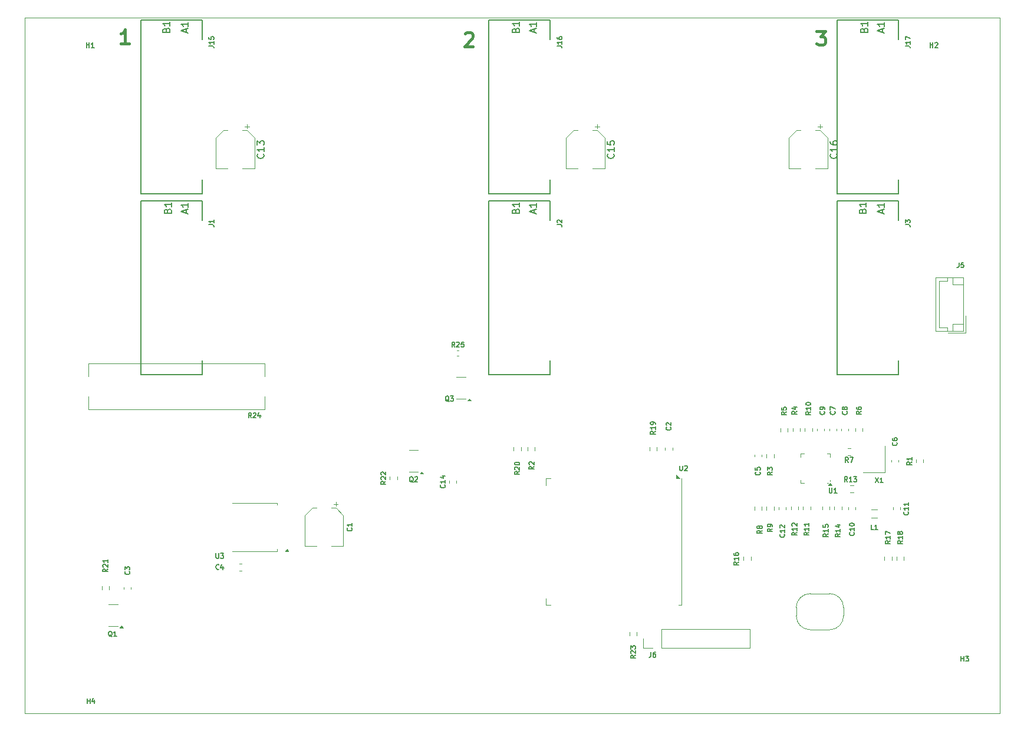
<source format=gbr>
%TF.GenerationSoftware,KiCad,Pcbnew,8.0.1*%
%TF.CreationDate,2024-04-21T01:25:57+02:00*%
%TF.ProjectId,EKO_MyMiner,454b4f5f-4d79-44d6-996e-65722e6b6963,rev?*%
%TF.SameCoordinates,Original*%
%TF.FileFunction,Legend,Top*%
%TF.FilePolarity,Positive*%
%FSLAX46Y46*%
G04 Gerber Fmt 4.6, Leading zero omitted, Abs format (unit mm)*
G04 Created by KiCad (PCBNEW 8.0.1) date 2024-04-21 01:25:57*
%MOMM*%
%LPD*%
G01*
G04 APERTURE LIST*
%ADD10C,0.400000*%
%ADD11C,0.150000*%
%ADD12C,0.120000*%
%ADD13C,0.127000*%
%TA.AperFunction,Profile*%
%ADD14C,0.100000*%
%TD*%
G04 APERTURE END LIST*
D10*
X141476109Y-42456914D02*
X141571347Y-42361676D01*
X141571347Y-42361676D02*
X141761823Y-42266438D01*
X141761823Y-42266438D02*
X142238014Y-42266438D01*
X142238014Y-42266438D02*
X142428490Y-42361676D01*
X142428490Y-42361676D02*
X142523728Y-42456914D01*
X142523728Y-42456914D02*
X142618966Y-42647390D01*
X142618966Y-42647390D02*
X142618966Y-42837866D01*
X142618966Y-42837866D02*
X142523728Y-43123580D01*
X142523728Y-43123580D02*
X141380871Y-44266438D01*
X141380871Y-44266438D02*
X142618966Y-44266438D01*
X191980871Y-42066438D02*
X193218966Y-42066438D01*
X193218966Y-42066438D02*
X192552299Y-42828342D01*
X192552299Y-42828342D02*
X192838014Y-42828342D01*
X192838014Y-42828342D02*
X193028490Y-42923580D01*
X193028490Y-42923580D02*
X193123728Y-43018819D01*
X193123728Y-43018819D02*
X193218966Y-43209295D01*
X193218966Y-43209295D02*
X193218966Y-43685485D01*
X193218966Y-43685485D02*
X193123728Y-43875961D01*
X193123728Y-43875961D02*
X193028490Y-43971200D01*
X193028490Y-43971200D02*
X192838014Y-44066438D01*
X192838014Y-44066438D02*
X192266585Y-44066438D01*
X192266585Y-44066438D02*
X192076109Y-43971200D01*
X192076109Y-43971200D02*
X191980871Y-43875961D01*
X93218966Y-43866438D02*
X92076109Y-43866438D01*
X92647537Y-43866438D02*
X92647537Y-41866438D01*
X92647537Y-41866438D02*
X92457061Y-42152152D01*
X92457061Y-42152152D02*
X92266585Y-42342628D01*
X92266585Y-42342628D02*
X92076109Y-42437866D01*
D11*
X193776666Y-107744033D02*
X193776666Y-108310700D01*
X193776666Y-108310700D02*
X193810000Y-108377366D01*
X193810000Y-108377366D02*
X193843333Y-108410700D01*
X193843333Y-108410700D02*
X193910000Y-108444033D01*
X193910000Y-108444033D02*
X194043333Y-108444033D01*
X194043333Y-108444033D02*
X194110000Y-108410700D01*
X194110000Y-108410700D02*
X194143333Y-108377366D01*
X194143333Y-108377366D02*
X194176666Y-108310700D01*
X194176666Y-108310700D02*
X194176666Y-107744033D01*
X194876666Y-108444033D02*
X194476666Y-108444033D01*
X194676666Y-108444033D02*
X194676666Y-107744033D01*
X194676666Y-107744033D02*
X194609999Y-107844033D01*
X194609999Y-107844033D02*
X194543333Y-107910700D01*
X194543333Y-107910700D02*
X194476666Y-107944033D01*
X194813580Y-59748857D02*
X194861200Y-59796476D01*
X194861200Y-59796476D02*
X194908819Y-59939333D01*
X194908819Y-59939333D02*
X194908819Y-60034571D01*
X194908819Y-60034571D02*
X194861200Y-60177428D01*
X194861200Y-60177428D02*
X194765961Y-60272666D01*
X194765961Y-60272666D02*
X194670723Y-60320285D01*
X194670723Y-60320285D02*
X194480247Y-60367904D01*
X194480247Y-60367904D02*
X194337390Y-60367904D01*
X194337390Y-60367904D02*
X194146914Y-60320285D01*
X194146914Y-60320285D02*
X194051676Y-60272666D01*
X194051676Y-60272666D02*
X193956438Y-60177428D01*
X193956438Y-60177428D02*
X193908819Y-60034571D01*
X193908819Y-60034571D02*
X193908819Y-59939333D01*
X193908819Y-59939333D02*
X193956438Y-59796476D01*
X193956438Y-59796476D02*
X194004057Y-59748857D01*
X194908819Y-58796476D02*
X194908819Y-59367904D01*
X194908819Y-59082190D02*
X193908819Y-59082190D01*
X193908819Y-59082190D02*
X194051676Y-59177428D01*
X194051676Y-59177428D02*
X194146914Y-59272666D01*
X194146914Y-59272666D02*
X194194533Y-59367904D01*
X193908819Y-57939333D02*
X193908819Y-58129809D01*
X193908819Y-58129809D02*
X193956438Y-58225047D01*
X193956438Y-58225047D02*
X194004057Y-58272666D01*
X194004057Y-58272666D02*
X194146914Y-58367904D01*
X194146914Y-58367904D02*
X194337390Y-58415523D01*
X194337390Y-58415523D02*
X194718342Y-58415523D01*
X194718342Y-58415523D02*
X194813580Y-58367904D01*
X194813580Y-58367904D02*
X194861200Y-58320285D01*
X194861200Y-58320285D02*
X194908819Y-58225047D01*
X194908819Y-58225047D02*
X194908819Y-58034571D01*
X194908819Y-58034571D02*
X194861200Y-57939333D01*
X194861200Y-57939333D02*
X194813580Y-57891714D01*
X194813580Y-57891714D02*
X194718342Y-57844095D01*
X194718342Y-57844095D02*
X194480247Y-57844095D01*
X194480247Y-57844095D02*
X194385009Y-57891714D01*
X194385009Y-57891714D02*
X194337390Y-57939333D01*
X194337390Y-57939333D02*
X194289771Y-58034571D01*
X194289771Y-58034571D02*
X194289771Y-58225047D01*
X194289771Y-58225047D02*
X194337390Y-58320285D01*
X194337390Y-58320285D02*
X194385009Y-58367904D01*
X194385009Y-58367904D02*
X194480247Y-58415523D01*
X162809580Y-59748857D02*
X162857200Y-59796476D01*
X162857200Y-59796476D02*
X162904819Y-59939333D01*
X162904819Y-59939333D02*
X162904819Y-60034571D01*
X162904819Y-60034571D02*
X162857200Y-60177428D01*
X162857200Y-60177428D02*
X162761961Y-60272666D01*
X162761961Y-60272666D02*
X162666723Y-60320285D01*
X162666723Y-60320285D02*
X162476247Y-60367904D01*
X162476247Y-60367904D02*
X162333390Y-60367904D01*
X162333390Y-60367904D02*
X162142914Y-60320285D01*
X162142914Y-60320285D02*
X162047676Y-60272666D01*
X162047676Y-60272666D02*
X161952438Y-60177428D01*
X161952438Y-60177428D02*
X161904819Y-60034571D01*
X161904819Y-60034571D02*
X161904819Y-59939333D01*
X161904819Y-59939333D02*
X161952438Y-59796476D01*
X161952438Y-59796476D02*
X162000057Y-59748857D01*
X162904819Y-58796476D02*
X162904819Y-59367904D01*
X162904819Y-59082190D02*
X161904819Y-59082190D01*
X161904819Y-59082190D02*
X162047676Y-59177428D01*
X162047676Y-59177428D02*
X162142914Y-59272666D01*
X162142914Y-59272666D02*
X162190533Y-59367904D01*
X161904819Y-57891714D02*
X161904819Y-58367904D01*
X161904819Y-58367904D02*
X162381009Y-58415523D01*
X162381009Y-58415523D02*
X162333390Y-58367904D01*
X162333390Y-58367904D02*
X162285771Y-58272666D01*
X162285771Y-58272666D02*
X162285771Y-58034571D01*
X162285771Y-58034571D02*
X162333390Y-57939333D01*
X162333390Y-57939333D02*
X162381009Y-57891714D01*
X162381009Y-57891714D02*
X162476247Y-57844095D01*
X162476247Y-57844095D02*
X162714342Y-57844095D01*
X162714342Y-57844095D02*
X162809580Y-57891714D01*
X162809580Y-57891714D02*
X162857200Y-57939333D01*
X162857200Y-57939333D02*
X162904819Y-58034571D01*
X162904819Y-58034571D02*
X162904819Y-58272666D01*
X162904819Y-58272666D02*
X162857200Y-58367904D01*
X162857200Y-58367904D02*
X162809580Y-58415523D01*
X112517580Y-59748857D02*
X112565200Y-59796476D01*
X112565200Y-59796476D02*
X112612819Y-59939333D01*
X112612819Y-59939333D02*
X112612819Y-60034571D01*
X112612819Y-60034571D02*
X112565200Y-60177428D01*
X112565200Y-60177428D02*
X112469961Y-60272666D01*
X112469961Y-60272666D02*
X112374723Y-60320285D01*
X112374723Y-60320285D02*
X112184247Y-60367904D01*
X112184247Y-60367904D02*
X112041390Y-60367904D01*
X112041390Y-60367904D02*
X111850914Y-60320285D01*
X111850914Y-60320285D02*
X111755676Y-60272666D01*
X111755676Y-60272666D02*
X111660438Y-60177428D01*
X111660438Y-60177428D02*
X111612819Y-60034571D01*
X111612819Y-60034571D02*
X111612819Y-59939333D01*
X111612819Y-59939333D02*
X111660438Y-59796476D01*
X111660438Y-59796476D02*
X111708057Y-59748857D01*
X112612819Y-58796476D02*
X112612819Y-59367904D01*
X112612819Y-59082190D02*
X111612819Y-59082190D01*
X111612819Y-59082190D02*
X111755676Y-59177428D01*
X111755676Y-59177428D02*
X111850914Y-59272666D01*
X111850914Y-59272666D02*
X111898533Y-59367904D01*
X111612819Y-58463142D02*
X111612819Y-57844095D01*
X111612819Y-57844095D02*
X111993771Y-58177428D01*
X111993771Y-58177428D02*
X111993771Y-58034571D01*
X111993771Y-58034571D02*
X112041390Y-57939333D01*
X112041390Y-57939333D02*
X112089009Y-57891714D01*
X112089009Y-57891714D02*
X112184247Y-57844095D01*
X112184247Y-57844095D02*
X112422342Y-57844095D01*
X112422342Y-57844095D02*
X112517580Y-57891714D01*
X112517580Y-57891714D02*
X112565200Y-57939333D01*
X112565200Y-57939333D02*
X112612819Y-58034571D01*
X112612819Y-58034571D02*
X112612819Y-58320285D01*
X112612819Y-58320285D02*
X112565200Y-58415523D01*
X112565200Y-58415523D02*
X112517580Y-58463142D01*
X125181366Y-113498666D02*
X125214700Y-113531999D01*
X125214700Y-113531999D02*
X125248033Y-113631999D01*
X125248033Y-113631999D02*
X125248033Y-113698666D01*
X125248033Y-113698666D02*
X125214700Y-113798666D01*
X125214700Y-113798666D02*
X125148033Y-113865333D01*
X125148033Y-113865333D02*
X125081366Y-113898666D01*
X125081366Y-113898666D02*
X124948033Y-113931999D01*
X124948033Y-113931999D02*
X124848033Y-113931999D01*
X124848033Y-113931999D02*
X124714700Y-113898666D01*
X124714700Y-113898666D02*
X124648033Y-113865333D01*
X124648033Y-113865333D02*
X124581366Y-113798666D01*
X124581366Y-113798666D02*
X124548033Y-113698666D01*
X124548033Y-113698666D02*
X124548033Y-113631999D01*
X124548033Y-113631999D02*
X124581366Y-113531999D01*
X124581366Y-113531999D02*
X124614700Y-113498666D01*
X125248033Y-112831999D02*
X125248033Y-113231999D01*
X125248033Y-113031999D02*
X124548033Y-113031999D01*
X124548033Y-113031999D02*
X124648033Y-113098666D01*
X124648033Y-113098666D02*
X124714700Y-113165333D01*
X124714700Y-113165333D02*
X124748033Y-113231999D01*
X165948033Y-131782000D02*
X165614700Y-132015333D01*
X165948033Y-132182000D02*
X165248033Y-132182000D01*
X165248033Y-132182000D02*
X165248033Y-131915333D01*
X165248033Y-131915333D02*
X165281366Y-131848667D01*
X165281366Y-131848667D02*
X165314700Y-131815333D01*
X165314700Y-131815333D02*
X165381366Y-131782000D01*
X165381366Y-131782000D02*
X165481366Y-131782000D01*
X165481366Y-131782000D02*
X165548033Y-131815333D01*
X165548033Y-131815333D02*
X165581366Y-131848667D01*
X165581366Y-131848667D02*
X165614700Y-131915333D01*
X165614700Y-131915333D02*
X165614700Y-132182000D01*
X165314700Y-131515333D02*
X165281366Y-131482000D01*
X165281366Y-131482000D02*
X165248033Y-131415333D01*
X165248033Y-131415333D02*
X165248033Y-131248667D01*
X165248033Y-131248667D02*
X165281366Y-131182000D01*
X165281366Y-131182000D02*
X165314700Y-131148667D01*
X165314700Y-131148667D02*
X165381366Y-131115333D01*
X165381366Y-131115333D02*
X165448033Y-131115333D01*
X165448033Y-131115333D02*
X165548033Y-131148667D01*
X165548033Y-131148667D02*
X165948033Y-131548667D01*
X165948033Y-131548667D02*
X165948033Y-131115333D01*
X165248033Y-130882000D02*
X165248033Y-130448666D01*
X165248033Y-130448666D02*
X165514700Y-130682000D01*
X165514700Y-130682000D02*
X165514700Y-130582000D01*
X165514700Y-130582000D02*
X165548033Y-130515333D01*
X165548033Y-130515333D02*
X165581366Y-130482000D01*
X165581366Y-130482000D02*
X165648033Y-130448666D01*
X165648033Y-130448666D02*
X165814700Y-130448666D01*
X165814700Y-130448666D02*
X165881366Y-130482000D01*
X165881366Y-130482000D02*
X165914700Y-130515333D01*
X165914700Y-130515333D02*
X165948033Y-130582000D01*
X165948033Y-130582000D02*
X165948033Y-130782000D01*
X165948033Y-130782000D02*
X165914700Y-130848666D01*
X165914700Y-130848666D02*
X165881366Y-130882000D01*
X191110533Y-96784000D02*
X190777200Y-97017333D01*
X191110533Y-97184000D02*
X190410533Y-97184000D01*
X190410533Y-97184000D02*
X190410533Y-96917333D01*
X190410533Y-96917333D02*
X190443866Y-96850667D01*
X190443866Y-96850667D02*
X190477200Y-96817333D01*
X190477200Y-96817333D02*
X190543866Y-96784000D01*
X190543866Y-96784000D02*
X190643866Y-96784000D01*
X190643866Y-96784000D02*
X190710533Y-96817333D01*
X190710533Y-96817333D02*
X190743866Y-96850667D01*
X190743866Y-96850667D02*
X190777200Y-96917333D01*
X190777200Y-96917333D02*
X190777200Y-97184000D01*
X191110533Y-96117333D02*
X191110533Y-96517333D01*
X191110533Y-96317333D02*
X190410533Y-96317333D01*
X190410533Y-96317333D02*
X190510533Y-96384000D01*
X190510533Y-96384000D02*
X190577200Y-96450667D01*
X190577200Y-96450667D02*
X190610533Y-96517333D01*
X190410533Y-95684000D02*
X190410533Y-95617333D01*
X190410533Y-95617333D02*
X190443866Y-95550666D01*
X190443866Y-95550666D02*
X190477200Y-95517333D01*
X190477200Y-95517333D02*
X190543866Y-95484000D01*
X190543866Y-95484000D02*
X190677200Y-95450666D01*
X190677200Y-95450666D02*
X190843866Y-95450666D01*
X190843866Y-95450666D02*
X190977200Y-95484000D01*
X190977200Y-95484000D02*
X191043866Y-95517333D01*
X191043866Y-95517333D02*
X191077200Y-95550666D01*
X191077200Y-95550666D02*
X191110533Y-95617333D01*
X191110533Y-95617333D02*
X191110533Y-95684000D01*
X191110533Y-95684000D02*
X191077200Y-95750666D01*
X191077200Y-95750666D02*
X191043866Y-95784000D01*
X191043866Y-95784000D02*
X190977200Y-95817333D01*
X190977200Y-95817333D02*
X190843866Y-95850666D01*
X190843866Y-95850666D02*
X190677200Y-95850666D01*
X190677200Y-95850666D02*
X190543866Y-95817333D01*
X190543866Y-95817333D02*
X190477200Y-95784000D01*
X190477200Y-95784000D02*
X190443866Y-95750666D01*
X190443866Y-95750666D02*
X190410533Y-95684000D01*
X204691033Y-69908333D02*
X205191033Y-69908333D01*
X205191033Y-69908333D02*
X205291033Y-69941666D01*
X205291033Y-69941666D02*
X205357700Y-70008333D01*
X205357700Y-70008333D02*
X205391033Y-70108333D01*
X205391033Y-70108333D02*
X205391033Y-70175000D01*
X204691033Y-69641667D02*
X204691033Y-69208333D01*
X204691033Y-69208333D02*
X204957700Y-69441667D01*
X204957700Y-69441667D02*
X204957700Y-69341667D01*
X204957700Y-69341667D02*
X204991033Y-69275000D01*
X204991033Y-69275000D02*
X205024366Y-69241667D01*
X205024366Y-69241667D02*
X205091033Y-69208333D01*
X205091033Y-69208333D02*
X205257700Y-69208333D01*
X205257700Y-69208333D02*
X205324366Y-69241667D01*
X205324366Y-69241667D02*
X205357700Y-69275000D01*
X205357700Y-69275000D02*
X205391033Y-69341667D01*
X205391033Y-69341667D02*
X205391033Y-69541667D01*
X205391033Y-69541667D02*
X205357700Y-69608333D01*
X205357700Y-69608333D02*
X205324366Y-69641667D01*
X198563009Y-67936761D02*
X198610628Y-67793904D01*
X198610628Y-67793904D02*
X198658247Y-67746285D01*
X198658247Y-67746285D02*
X198753485Y-67698666D01*
X198753485Y-67698666D02*
X198896342Y-67698666D01*
X198896342Y-67698666D02*
X198991580Y-67746285D01*
X198991580Y-67746285D02*
X199039200Y-67793904D01*
X199039200Y-67793904D02*
X199086819Y-67889142D01*
X199086819Y-67889142D02*
X199086819Y-68270094D01*
X199086819Y-68270094D02*
X198086819Y-68270094D01*
X198086819Y-68270094D02*
X198086819Y-67936761D01*
X198086819Y-67936761D02*
X198134438Y-67841523D01*
X198134438Y-67841523D02*
X198182057Y-67793904D01*
X198182057Y-67793904D02*
X198277295Y-67746285D01*
X198277295Y-67746285D02*
X198372533Y-67746285D01*
X198372533Y-67746285D02*
X198467771Y-67793904D01*
X198467771Y-67793904D02*
X198515390Y-67841523D01*
X198515390Y-67841523D02*
X198563009Y-67936761D01*
X198563009Y-67936761D02*
X198563009Y-68270094D01*
X199086819Y-66746285D02*
X199086819Y-67317713D01*
X199086819Y-67031999D02*
X198086819Y-67031999D01*
X198086819Y-67031999D02*
X198229676Y-67127237D01*
X198229676Y-67127237D02*
X198324914Y-67222475D01*
X198324914Y-67222475D02*
X198372533Y-67317713D01*
X201401104Y-68246285D02*
X201401104Y-67770095D01*
X201686819Y-68341523D02*
X200686819Y-68008190D01*
X200686819Y-68008190D02*
X201686819Y-67674857D01*
X201686819Y-66817714D02*
X201686819Y-67389142D01*
X201686819Y-67103428D02*
X200686819Y-67103428D01*
X200686819Y-67103428D02*
X200829676Y-67198666D01*
X200829676Y-67198666D02*
X200924914Y-67293904D01*
X200924914Y-67293904D02*
X200972533Y-67389142D01*
X138549366Y-107308000D02*
X138582700Y-107341333D01*
X138582700Y-107341333D02*
X138616033Y-107441333D01*
X138616033Y-107441333D02*
X138616033Y-107508000D01*
X138616033Y-107508000D02*
X138582700Y-107608000D01*
X138582700Y-107608000D02*
X138516033Y-107674667D01*
X138516033Y-107674667D02*
X138449366Y-107708000D01*
X138449366Y-107708000D02*
X138316033Y-107741333D01*
X138316033Y-107741333D02*
X138216033Y-107741333D01*
X138216033Y-107741333D02*
X138082700Y-107708000D01*
X138082700Y-107708000D02*
X138016033Y-107674667D01*
X138016033Y-107674667D02*
X137949366Y-107608000D01*
X137949366Y-107608000D02*
X137916033Y-107508000D01*
X137916033Y-107508000D02*
X137916033Y-107441333D01*
X137916033Y-107441333D02*
X137949366Y-107341333D01*
X137949366Y-107341333D02*
X137982700Y-107308000D01*
X138616033Y-106641333D02*
X138616033Y-107041333D01*
X138616033Y-106841333D02*
X137916033Y-106841333D01*
X137916033Y-106841333D02*
X138016033Y-106908000D01*
X138016033Y-106908000D02*
X138082700Y-106974667D01*
X138082700Y-106974667D02*
X138116033Y-107041333D01*
X138149366Y-106041333D02*
X138616033Y-106041333D01*
X137882700Y-106208000D02*
X138382700Y-106374666D01*
X138382700Y-106374666D02*
X138382700Y-105941333D01*
X200390333Y-106248033D02*
X200856999Y-106948033D01*
X200856999Y-106248033D02*
X200390333Y-106948033D01*
X201490333Y-106948033D02*
X201090333Y-106948033D01*
X201290333Y-106948033D02*
X201290333Y-106248033D01*
X201290333Y-106248033D02*
X201223666Y-106348033D01*
X201223666Y-106348033D02*
X201157000Y-106414700D01*
X201157000Y-106414700D02*
X201090333Y-106448033D01*
X172298666Y-104548033D02*
X172298666Y-105114700D01*
X172298666Y-105114700D02*
X172332000Y-105181366D01*
X172332000Y-105181366D02*
X172365333Y-105214700D01*
X172365333Y-105214700D02*
X172432000Y-105248033D01*
X172432000Y-105248033D02*
X172565333Y-105248033D01*
X172565333Y-105248033D02*
X172632000Y-105214700D01*
X172632000Y-105214700D02*
X172665333Y-105181366D01*
X172665333Y-105181366D02*
X172698666Y-105114700D01*
X172698666Y-105114700D02*
X172698666Y-104548033D01*
X172998666Y-104614700D02*
X173031999Y-104581366D01*
X173031999Y-104581366D02*
X173098666Y-104548033D01*
X173098666Y-104548033D02*
X173265333Y-104548033D01*
X173265333Y-104548033D02*
X173331999Y-104581366D01*
X173331999Y-104581366D02*
X173365333Y-104614700D01*
X173365333Y-104614700D02*
X173398666Y-104681366D01*
X173398666Y-104681366D02*
X173398666Y-104748033D01*
X173398666Y-104748033D02*
X173365333Y-104848033D01*
X173365333Y-104848033D02*
X172965333Y-105248033D01*
X172965333Y-105248033D02*
X173398666Y-105248033D01*
X149298033Y-105382000D02*
X148964700Y-105615333D01*
X149298033Y-105782000D02*
X148598033Y-105782000D01*
X148598033Y-105782000D02*
X148598033Y-105515333D01*
X148598033Y-105515333D02*
X148631366Y-105448667D01*
X148631366Y-105448667D02*
X148664700Y-105415333D01*
X148664700Y-105415333D02*
X148731366Y-105382000D01*
X148731366Y-105382000D02*
X148831366Y-105382000D01*
X148831366Y-105382000D02*
X148898033Y-105415333D01*
X148898033Y-105415333D02*
X148931366Y-105448667D01*
X148931366Y-105448667D02*
X148964700Y-105515333D01*
X148964700Y-105515333D02*
X148964700Y-105782000D01*
X148664700Y-105115333D02*
X148631366Y-105082000D01*
X148631366Y-105082000D02*
X148598033Y-105015333D01*
X148598033Y-105015333D02*
X148598033Y-104848667D01*
X148598033Y-104848667D02*
X148631366Y-104782000D01*
X148631366Y-104782000D02*
X148664700Y-104748667D01*
X148664700Y-104748667D02*
X148731366Y-104715333D01*
X148731366Y-104715333D02*
X148798033Y-104715333D01*
X148798033Y-104715333D02*
X148898033Y-104748667D01*
X148898033Y-104748667D02*
X149298033Y-105148667D01*
X149298033Y-105148667D02*
X149298033Y-104715333D01*
X148598033Y-104282000D02*
X148598033Y-104215333D01*
X148598033Y-104215333D02*
X148631366Y-104148666D01*
X148631366Y-104148666D02*
X148664700Y-104115333D01*
X148664700Y-104115333D02*
X148731366Y-104082000D01*
X148731366Y-104082000D02*
X148864700Y-104048666D01*
X148864700Y-104048666D02*
X149031366Y-104048666D01*
X149031366Y-104048666D02*
X149164700Y-104082000D01*
X149164700Y-104082000D02*
X149231366Y-104115333D01*
X149231366Y-104115333D02*
X149264700Y-104148666D01*
X149264700Y-104148666D02*
X149298033Y-104215333D01*
X149298033Y-104215333D02*
X149298033Y-104282000D01*
X149298033Y-104282000D02*
X149264700Y-104348666D01*
X149264700Y-104348666D02*
X149231366Y-104382000D01*
X149231366Y-104382000D02*
X149164700Y-104415333D01*
X149164700Y-104415333D02*
X149031366Y-104448666D01*
X149031366Y-104448666D02*
X148864700Y-104448666D01*
X148864700Y-104448666D02*
X148731366Y-104415333D01*
X148731366Y-104415333D02*
X148664700Y-104382000D01*
X148664700Y-104382000D02*
X148631366Y-104348666D01*
X148631366Y-104348666D02*
X148598033Y-104282000D01*
X168168666Y-131366033D02*
X168168666Y-131866033D01*
X168168666Y-131866033D02*
X168135333Y-131966033D01*
X168135333Y-131966033D02*
X168068666Y-132032700D01*
X168068666Y-132032700D02*
X167968666Y-132066033D01*
X167968666Y-132066033D02*
X167902000Y-132066033D01*
X168801999Y-131366033D02*
X168668666Y-131366033D01*
X168668666Y-131366033D02*
X168601999Y-131399366D01*
X168601999Y-131399366D02*
X168568666Y-131432700D01*
X168568666Y-131432700D02*
X168501999Y-131532700D01*
X168501999Y-131532700D02*
X168468666Y-131666033D01*
X168468666Y-131666033D02*
X168468666Y-131932700D01*
X168468666Y-131932700D02*
X168501999Y-131999366D01*
X168501999Y-131999366D02*
X168535333Y-132032700D01*
X168535333Y-132032700D02*
X168601999Y-132066033D01*
X168601999Y-132066033D02*
X168735333Y-132066033D01*
X168735333Y-132066033D02*
X168801999Y-132032700D01*
X168801999Y-132032700D02*
X168835333Y-131999366D01*
X168835333Y-131999366D02*
X168868666Y-131932700D01*
X168868666Y-131932700D02*
X168868666Y-131766033D01*
X168868666Y-131766033D02*
X168835333Y-131699366D01*
X168835333Y-131699366D02*
X168801999Y-131666033D01*
X168801999Y-131666033D02*
X168735333Y-131632700D01*
X168735333Y-131632700D02*
X168601999Y-131632700D01*
X168601999Y-131632700D02*
X168535333Y-131666033D01*
X168535333Y-131666033D02*
X168501999Y-131699366D01*
X168501999Y-131699366D02*
X168468666Y-131766033D01*
X193610533Y-114332000D02*
X193277200Y-114565333D01*
X193610533Y-114732000D02*
X192910533Y-114732000D01*
X192910533Y-114732000D02*
X192910533Y-114465333D01*
X192910533Y-114465333D02*
X192943866Y-114398667D01*
X192943866Y-114398667D02*
X192977200Y-114365333D01*
X192977200Y-114365333D02*
X193043866Y-114332000D01*
X193043866Y-114332000D02*
X193143866Y-114332000D01*
X193143866Y-114332000D02*
X193210533Y-114365333D01*
X193210533Y-114365333D02*
X193243866Y-114398667D01*
X193243866Y-114398667D02*
X193277200Y-114465333D01*
X193277200Y-114465333D02*
X193277200Y-114732000D01*
X193610533Y-113665333D02*
X193610533Y-114065333D01*
X193610533Y-113865333D02*
X192910533Y-113865333D01*
X192910533Y-113865333D02*
X193010533Y-113932000D01*
X193010533Y-113932000D02*
X193077200Y-113998667D01*
X193077200Y-113998667D02*
X193110533Y-114065333D01*
X192910533Y-113032000D02*
X192910533Y-113365333D01*
X192910533Y-113365333D02*
X193243866Y-113398666D01*
X193243866Y-113398666D02*
X193210533Y-113365333D01*
X193210533Y-113365333D02*
X193177200Y-113298666D01*
X193177200Y-113298666D02*
X193177200Y-113132000D01*
X193177200Y-113132000D02*
X193210533Y-113065333D01*
X193210533Y-113065333D02*
X193243866Y-113032000D01*
X193243866Y-113032000D02*
X193310533Y-112998666D01*
X193310533Y-112998666D02*
X193477200Y-112998666D01*
X193477200Y-112998666D02*
X193543866Y-113032000D01*
X193543866Y-113032000D02*
X193577200Y-113065333D01*
X193577200Y-113065333D02*
X193610533Y-113132000D01*
X193610533Y-113132000D02*
X193610533Y-113298666D01*
X193610533Y-113298666D02*
X193577200Y-113365333D01*
X193577200Y-113365333D02*
X193543866Y-113398666D01*
X168798033Y-99582000D02*
X168464700Y-99815333D01*
X168798033Y-99982000D02*
X168098033Y-99982000D01*
X168098033Y-99982000D02*
X168098033Y-99715333D01*
X168098033Y-99715333D02*
X168131366Y-99648667D01*
X168131366Y-99648667D02*
X168164700Y-99615333D01*
X168164700Y-99615333D02*
X168231366Y-99582000D01*
X168231366Y-99582000D02*
X168331366Y-99582000D01*
X168331366Y-99582000D02*
X168398033Y-99615333D01*
X168398033Y-99615333D02*
X168431366Y-99648667D01*
X168431366Y-99648667D02*
X168464700Y-99715333D01*
X168464700Y-99715333D02*
X168464700Y-99982000D01*
X168798033Y-98915333D02*
X168798033Y-99315333D01*
X168798033Y-99115333D02*
X168098033Y-99115333D01*
X168098033Y-99115333D02*
X168198033Y-99182000D01*
X168198033Y-99182000D02*
X168264700Y-99248667D01*
X168264700Y-99248667D02*
X168298033Y-99315333D01*
X168798033Y-98582000D02*
X168798033Y-98448666D01*
X168798033Y-98448666D02*
X168764700Y-98382000D01*
X168764700Y-98382000D02*
X168731366Y-98348666D01*
X168731366Y-98348666D02*
X168631366Y-98282000D01*
X168631366Y-98282000D02*
X168498033Y-98248666D01*
X168498033Y-98248666D02*
X168231366Y-98248666D01*
X168231366Y-98248666D02*
X168164700Y-98282000D01*
X168164700Y-98282000D02*
X168131366Y-98315333D01*
X168131366Y-98315333D02*
X168098033Y-98382000D01*
X168098033Y-98382000D02*
X168098033Y-98515333D01*
X168098033Y-98515333D02*
X168131366Y-98582000D01*
X168131366Y-98582000D02*
X168164700Y-98615333D01*
X168164700Y-98615333D02*
X168231366Y-98648666D01*
X168231366Y-98648666D02*
X168398033Y-98648666D01*
X168398033Y-98648666D02*
X168464700Y-98615333D01*
X168464700Y-98615333D02*
X168498033Y-98582000D01*
X168498033Y-98582000D02*
X168531366Y-98515333D01*
X168531366Y-98515333D02*
X168531366Y-98382000D01*
X168531366Y-98382000D02*
X168498033Y-98315333D01*
X168498033Y-98315333D02*
X168464700Y-98282000D01*
X168464700Y-98282000D02*
X168398033Y-98248666D01*
X212698666Y-132648033D02*
X212698666Y-131948033D01*
X212698666Y-132281366D02*
X213098666Y-132281366D01*
X213098666Y-132648033D02*
X213098666Y-131948033D01*
X213365333Y-131948033D02*
X213798666Y-131948033D01*
X213798666Y-131948033D02*
X213565333Y-132214700D01*
X213565333Y-132214700D02*
X213665333Y-132214700D01*
X213665333Y-132214700D02*
X213731999Y-132248033D01*
X213731999Y-132248033D02*
X213765333Y-132281366D01*
X213765333Y-132281366D02*
X213798666Y-132348033D01*
X213798666Y-132348033D02*
X213798666Y-132514700D01*
X213798666Y-132514700D02*
X213765333Y-132581366D01*
X213765333Y-132581366D02*
X213731999Y-132614700D01*
X213731999Y-132614700D02*
X213665333Y-132648033D01*
X213665333Y-132648033D02*
X213465333Y-132648033D01*
X213465333Y-132648033D02*
X213398666Y-132614700D01*
X213398666Y-132614700D02*
X213365333Y-132581366D01*
X208254666Y-44436033D02*
X208254666Y-43736033D01*
X208254666Y-44069366D02*
X208654666Y-44069366D01*
X208654666Y-44436033D02*
X208654666Y-43736033D01*
X208954666Y-43802700D02*
X208987999Y-43769366D01*
X208987999Y-43769366D02*
X209054666Y-43736033D01*
X209054666Y-43736033D02*
X209221333Y-43736033D01*
X209221333Y-43736033D02*
X209287999Y-43769366D01*
X209287999Y-43769366D02*
X209321333Y-43802700D01*
X209321333Y-43802700D02*
X209354666Y-43869366D01*
X209354666Y-43869366D02*
X209354666Y-43936033D01*
X209354666Y-43936033D02*
X209321333Y-44036033D01*
X209321333Y-44036033D02*
X208921333Y-44436033D01*
X208921333Y-44436033D02*
X209354666Y-44436033D01*
X105698666Y-117148033D02*
X105698666Y-117714700D01*
X105698666Y-117714700D02*
X105732000Y-117781366D01*
X105732000Y-117781366D02*
X105765333Y-117814700D01*
X105765333Y-117814700D02*
X105832000Y-117848033D01*
X105832000Y-117848033D02*
X105965333Y-117848033D01*
X105965333Y-117848033D02*
X106032000Y-117814700D01*
X106032000Y-117814700D02*
X106065333Y-117781366D01*
X106065333Y-117781366D02*
X106098666Y-117714700D01*
X106098666Y-117714700D02*
X106098666Y-117148033D01*
X106365333Y-117148033D02*
X106798666Y-117148033D01*
X106798666Y-117148033D02*
X106565333Y-117414700D01*
X106565333Y-117414700D02*
X106665333Y-117414700D01*
X106665333Y-117414700D02*
X106731999Y-117448033D01*
X106731999Y-117448033D02*
X106765333Y-117481366D01*
X106765333Y-117481366D02*
X106798666Y-117548033D01*
X106798666Y-117548033D02*
X106798666Y-117714700D01*
X106798666Y-117714700D02*
X106765333Y-117781366D01*
X106765333Y-117781366D02*
X106731999Y-117814700D01*
X106731999Y-117814700D02*
X106665333Y-117848033D01*
X106665333Y-117848033D02*
X106465333Y-117848033D01*
X106465333Y-117848033D02*
X106398666Y-117814700D01*
X106398666Y-117814700D02*
X106365333Y-117781366D01*
X183793866Y-105448666D02*
X183827200Y-105481999D01*
X183827200Y-105481999D02*
X183860533Y-105581999D01*
X183860533Y-105581999D02*
X183860533Y-105648666D01*
X183860533Y-105648666D02*
X183827200Y-105748666D01*
X183827200Y-105748666D02*
X183760533Y-105815333D01*
X183760533Y-105815333D02*
X183693866Y-105848666D01*
X183693866Y-105848666D02*
X183560533Y-105881999D01*
X183560533Y-105881999D02*
X183460533Y-105881999D01*
X183460533Y-105881999D02*
X183327200Y-105848666D01*
X183327200Y-105848666D02*
X183260533Y-105815333D01*
X183260533Y-105815333D02*
X183193866Y-105748666D01*
X183193866Y-105748666D02*
X183160533Y-105648666D01*
X183160533Y-105648666D02*
X183160533Y-105581999D01*
X183160533Y-105581999D02*
X183193866Y-105481999D01*
X183193866Y-105481999D02*
X183227200Y-105448666D01*
X183160533Y-104815333D02*
X183160533Y-105148666D01*
X183160533Y-105148666D02*
X183493866Y-105181999D01*
X183493866Y-105181999D02*
X183460533Y-105148666D01*
X183460533Y-105148666D02*
X183427200Y-105081999D01*
X183427200Y-105081999D02*
X183427200Y-104915333D01*
X183427200Y-104915333D02*
X183460533Y-104848666D01*
X183460533Y-104848666D02*
X183493866Y-104815333D01*
X183493866Y-104815333D02*
X183560533Y-104781999D01*
X183560533Y-104781999D02*
X183727200Y-104781999D01*
X183727200Y-104781999D02*
X183793866Y-104815333D01*
X183793866Y-104815333D02*
X183827200Y-104848666D01*
X183827200Y-104848666D02*
X183860533Y-104915333D01*
X183860533Y-104915333D02*
X183860533Y-105081999D01*
X183860533Y-105081999D02*
X183827200Y-105148666D01*
X183827200Y-105148666D02*
X183793866Y-105181999D01*
X195360533Y-114332000D02*
X195027200Y-114565333D01*
X195360533Y-114732000D02*
X194660533Y-114732000D01*
X194660533Y-114732000D02*
X194660533Y-114465333D01*
X194660533Y-114465333D02*
X194693866Y-114398667D01*
X194693866Y-114398667D02*
X194727200Y-114365333D01*
X194727200Y-114365333D02*
X194793866Y-114332000D01*
X194793866Y-114332000D02*
X194893866Y-114332000D01*
X194893866Y-114332000D02*
X194960533Y-114365333D01*
X194960533Y-114365333D02*
X194993866Y-114398667D01*
X194993866Y-114398667D02*
X195027200Y-114465333D01*
X195027200Y-114465333D02*
X195027200Y-114732000D01*
X195360533Y-113665333D02*
X195360533Y-114065333D01*
X195360533Y-113865333D02*
X194660533Y-113865333D01*
X194660533Y-113865333D02*
X194760533Y-113932000D01*
X194760533Y-113932000D02*
X194827200Y-113998667D01*
X194827200Y-113998667D02*
X194860533Y-114065333D01*
X194893866Y-113065333D02*
X195360533Y-113065333D01*
X194627200Y-113232000D02*
X195127200Y-113398666D01*
X195127200Y-113398666D02*
X195127200Y-112965333D01*
X205618033Y-103998666D02*
X205284700Y-104231999D01*
X205618033Y-104398666D02*
X204918033Y-104398666D01*
X204918033Y-104398666D02*
X204918033Y-104131999D01*
X204918033Y-104131999D02*
X204951366Y-104065333D01*
X204951366Y-104065333D02*
X204984700Y-104031999D01*
X204984700Y-104031999D02*
X205051366Y-103998666D01*
X205051366Y-103998666D02*
X205151366Y-103998666D01*
X205151366Y-103998666D02*
X205218033Y-104031999D01*
X205218033Y-104031999D02*
X205251366Y-104065333D01*
X205251366Y-104065333D02*
X205284700Y-104131999D01*
X205284700Y-104131999D02*
X205284700Y-104398666D01*
X205618033Y-103331999D02*
X205618033Y-103731999D01*
X205618033Y-103531999D02*
X204918033Y-103531999D01*
X204918033Y-103531999D02*
X205018033Y-103598666D01*
X205018033Y-103598666D02*
X205084700Y-103665333D01*
X205084700Y-103665333D02*
X205118033Y-103731999D01*
X93231366Y-119748666D02*
X93264700Y-119781999D01*
X93264700Y-119781999D02*
X93298033Y-119881999D01*
X93298033Y-119881999D02*
X93298033Y-119948666D01*
X93298033Y-119948666D02*
X93264700Y-120048666D01*
X93264700Y-120048666D02*
X93198033Y-120115333D01*
X93198033Y-120115333D02*
X93131366Y-120148666D01*
X93131366Y-120148666D02*
X92998033Y-120181999D01*
X92998033Y-120181999D02*
X92898033Y-120181999D01*
X92898033Y-120181999D02*
X92764700Y-120148666D01*
X92764700Y-120148666D02*
X92698033Y-120115333D01*
X92698033Y-120115333D02*
X92631366Y-120048666D01*
X92631366Y-120048666D02*
X92598033Y-119948666D01*
X92598033Y-119948666D02*
X92598033Y-119881999D01*
X92598033Y-119881999D02*
X92631366Y-119781999D01*
X92631366Y-119781999D02*
X92664700Y-119748666D01*
X92598033Y-119515333D02*
X92598033Y-119081999D01*
X92598033Y-119081999D02*
X92864700Y-119315333D01*
X92864700Y-119315333D02*
X92864700Y-119215333D01*
X92864700Y-119215333D02*
X92898033Y-119148666D01*
X92898033Y-119148666D02*
X92931366Y-119115333D01*
X92931366Y-119115333D02*
X92998033Y-119081999D01*
X92998033Y-119081999D02*
X93164700Y-119081999D01*
X93164700Y-119081999D02*
X93231366Y-119115333D01*
X93231366Y-119115333D02*
X93264700Y-119148666D01*
X93264700Y-119148666D02*
X93298033Y-119215333D01*
X93298033Y-119215333D02*
X93298033Y-119415333D01*
X93298033Y-119415333D02*
X93264700Y-119481999D01*
X93264700Y-119481999D02*
X93231366Y-119515333D01*
X197293866Y-114144500D02*
X197327200Y-114177833D01*
X197327200Y-114177833D02*
X197360533Y-114277833D01*
X197360533Y-114277833D02*
X197360533Y-114344500D01*
X197360533Y-114344500D02*
X197327200Y-114444500D01*
X197327200Y-114444500D02*
X197260533Y-114511167D01*
X197260533Y-114511167D02*
X197193866Y-114544500D01*
X197193866Y-114544500D02*
X197060533Y-114577833D01*
X197060533Y-114577833D02*
X196960533Y-114577833D01*
X196960533Y-114577833D02*
X196827200Y-114544500D01*
X196827200Y-114544500D02*
X196760533Y-114511167D01*
X196760533Y-114511167D02*
X196693866Y-114444500D01*
X196693866Y-114444500D02*
X196660533Y-114344500D01*
X196660533Y-114344500D02*
X196660533Y-114277833D01*
X196660533Y-114277833D02*
X196693866Y-114177833D01*
X196693866Y-114177833D02*
X196727200Y-114144500D01*
X197360533Y-113477833D02*
X197360533Y-113877833D01*
X197360533Y-113677833D02*
X196660533Y-113677833D01*
X196660533Y-113677833D02*
X196760533Y-113744500D01*
X196760533Y-113744500D02*
X196827200Y-113811167D01*
X196827200Y-113811167D02*
X196860533Y-113877833D01*
X196660533Y-113044500D02*
X196660533Y-112977833D01*
X196660533Y-112977833D02*
X196693866Y-112911166D01*
X196693866Y-112911166D02*
X196727200Y-112877833D01*
X196727200Y-112877833D02*
X196793866Y-112844500D01*
X196793866Y-112844500D02*
X196927200Y-112811166D01*
X196927200Y-112811166D02*
X197093866Y-112811166D01*
X197093866Y-112811166D02*
X197227200Y-112844500D01*
X197227200Y-112844500D02*
X197293866Y-112877833D01*
X197293866Y-112877833D02*
X197327200Y-112911166D01*
X197327200Y-112911166D02*
X197360533Y-112977833D01*
X197360533Y-112977833D02*
X197360533Y-113044500D01*
X197360533Y-113044500D02*
X197327200Y-113111166D01*
X197327200Y-113111166D02*
X197293866Y-113144500D01*
X197293866Y-113144500D02*
X197227200Y-113177833D01*
X197227200Y-113177833D02*
X197093866Y-113211166D01*
X197093866Y-113211166D02*
X196927200Y-113211166D01*
X196927200Y-113211166D02*
X196793866Y-113177833D01*
X196793866Y-113177833D02*
X196727200Y-113144500D01*
X196727200Y-113144500D02*
X196693866Y-113111166D01*
X196693866Y-113111166D02*
X196660533Y-113044500D01*
X190860533Y-114130000D02*
X190527200Y-114363333D01*
X190860533Y-114530000D02*
X190160533Y-114530000D01*
X190160533Y-114530000D02*
X190160533Y-114263333D01*
X190160533Y-114263333D02*
X190193866Y-114196667D01*
X190193866Y-114196667D02*
X190227200Y-114163333D01*
X190227200Y-114163333D02*
X190293866Y-114130000D01*
X190293866Y-114130000D02*
X190393866Y-114130000D01*
X190393866Y-114130000D02*
X190460533Y-114163333D01*
X190460533Y-114163333D02*
X190493866Y-114196667D01*
X190493866Y-114196667D02*
X190527200Y-114263333D01*
X190527200Y-114263333D02*
X190527200Y-114530000D01*
X190860533Y-113463333D02*
X190860533Y-113863333D01*
X190860533Y-113663333D02*
X190160533Y-113663333D01*
X190160533Y-113663333D02*
X190260533Y-113730000D01*
X190260533Y-113730000D02*
X190327200Y-113796667D01*
X190327200Y-113796667D02*
X190360533Y-113863333D01*
X190860533Y-112796666D02*
X190860533Y-113196666D01*
X190860533Y-112996666D02*
X190160533Y-112996666D01*
X190160533Y-112996666D02*
X190260533Y-113063333D01*
X190260533Y-113063333D02*
X190327200Y-113130000D01*
X190327200Y-113130000D02*
X190360533Y-113196666D01*
X185610533Y-113605166D02*
X185277200Y-113838499D01*
X185610533Y-114005166D02*
X184910533Y-114005166D01*
X184910533Y-114005166D02*
X184910533Y-113738499D01*
X184910533Y-113738499D02*
X184943866Y-113671833D01*
X184943866Y-113671833D02*
X184977200Y-113638499D01*
X184977200Y-113638499D02*
X185043866Y-113605166D01*
X185043866Y-113605166D02*
X185143866Y-113605166D01*
X185143866Y-113605166D02*
X185210533Y-113638499D01*
X185210533Y-113638499D02*
X185243866Y-113671833D01*
X185243866Y-113671833D02*
X185277200Y-113738499D01*
X185277200Y-113738499D02*
X185277200Y-114005166D01*
X185610533Y-113271833D02*
X185610533Y-113138499D01*
X185610533Y-113138499D02*
X185577200Y-113071833D01*
X185577200Y-113071833D02*
X185543866Y-113038499D01*
X185543866Y-113038499D02*
X185443866Y-112971833D01*
X185443866Y-112971833D02*
X185310533Y-112938499D01*
X185310533Y-112938499D02*
X185043866Y-112938499D01*
X185043866Y-112938499D02*
X184977200Y-112971833D01*
X184977200Y-112971833D02*
X184943866Y-113005166D01*
X184943866Y-113005166D02*
X184910533Y-113071833D01*
X184910533Y-113071833D02*
X184910533Y-113205166D01*
X184910533Y-113205166D02*
X184943866Y-113271833D01*
X184943866Y-113271833D02*
X184977200Y-113305166D01*
X184977200Y-113305166D02*
X185043866Y-113338499D01*
X185043866Y-113338499D02*
X185210533Y-113338499D01*
X185210533Y-113338499D02*
X185277200Y-113305166D01*
X185277200Y-113305166D02*
X185310533Y-113271833D01*
X185310533Y-113271833D02*
X185343866Y-113205166D01*
X185343866Y-113205166D02*
X185343866Y-113071833D01*
X185343866Y-113071833D02*
X185310533Y-113005166D01*
X185310533Y-113005166D02*
X185277200Y-112971833D01*
X185277200Y-112971833D02*
X185210533Y-112938499D01*
X187293866Y-114394500D02*
X187327200Y-114427833D01*
X187327200Y-114427833D02*
X187360533Y-114527833D01*
X187360533Y-114527833D02*
X187360533Y-114594500D01*
X187360533Y-114594500D02*
X187327200Y-114694500D01*
X187327200Y-114694500D02*
X187260533Y-114761167D01*
X187260533Y-114761167D02*
X187193866Y-114794500D01*
X187193866Y-114794500D02*
X187060533Y-114827833D01*
X187060533Y-114827833D02*
X186960533Y-114827833D01*
X186960533Y-114827833D02*
X186827200Y-114794500D01*
X186827200Y-114794500D02*
X186760533Y-114761167D01*
X186760533Y-114761167D02*
X186693866Y-114694500D01*
X186693866Y-114694500D02*
X186660533Y-114594500D01*
X186660533Y-114594500D02*
X186660533Y-114527833D01*
X186660533Y-114527833D02*
X186693866Y-114427833D01*
X186693866Y-114427833D02*
X186727200Y-114394500D01*
X187360533Y-113727833D02*
X187360533Y-114127833D01*
X187360533Y-113927833D02*
X186660533Y-113927833D01*
X186660533Y-113927833D02*
X186760533Y-113994500D01*
X186760533Y-113994500D02*
X186827200Y-114061167D01*
X186827200Y-114061167D02*
X186860533Y-114127833D01*
X186727200Y-113461166D02*
X186693866Y-113427833D01*
X186693866Y-113427833D02*
X186660533Y-113361166D01*
X186660533Y-113361166D02*
X186660533Y-113194500D01*
X186660533Y-113194500D02*
X186693866Y-113127833D01*
X186693866Y-113127833D02*
X186727200Y-113094500D01*
X186727200Y-113094500D02*
X186793866Y-113061166D01*
X186793866Y-113061166D02*
X186860533Y-113061166D01*
X186860533Y-113061166D02*
X186960533Y-113094500D01*
X186960533Y-113094500D02*
X187360533Y-113494500D01*
X187360533Y-113494500D02*
X187360533Y-113061166D01*
X187610533Y-96811166D02*
X187277200Y-97044499D01*
X187610533Y-97211166D02*
X186910533Y-97211166D01*
X186910533Y-97211166D02*
X186910533Y-96944499D01*
X186910533Y-96944499D02*
X186943866Y-96877833D01*
X186943866Y-96877833D02*
X186977200Y-96844499D01*
X186977200Y-96844499D02*
X187043866Y-96811166D01*
X187043866Y-96811166D02*
X187143866Y-96811166D01*
X187143866Y-96811166D02*
X187210533Y-96844499D01*
X187210533Y-96844499D02*
X187243866Y-96877833D01*
X187243866Y-96877833D02*
X187277200Y-96944499D01*
X187277200Y-96944499D02*
X187277200Y-97211166D01*
X186910533Y-96177833D02*
X186910533Y-96511166D01*
X186910533Y-96511166D02*
X187243866Y-96544499D01*
X187243866Y-96544499D02*
X187210533Y-96511166D01*
X187210533Y-96511166D02*
X187177200Y-96444499D01*
X187177200Y-96444499D02*
X187177200Y-96277833D01*
X187177200Y-96277833D02*
X187210533Y-96211166D01*
X187210533Y-96211166D02*
X187243866Y-96177833D01*
X187243866Y-96177833D02*
X187310533Y-96144499D01*
X187310533Y-96144499D02*
X187477200Y-96144499D01*
X187477200Y-96144499D02*
X187543866Y-96177833D01*
X187543866Y-96177833D02*
X187577200Y-96211166D01*
X187577200Y-96211166D02*
X187610533Y-96277833D01*
X187610533Y-96277833D02*
X187610533Y-96444499D01*
X187610533Y-96444499D02*
X187577200Y-96511166D01*
X187577200Y-96511166D02*
X187543866Y-96544499D01*
X154691033Y-44241666D02*
X155191033Y-44241666D01*
X155191033Y-44241666D02*
X155291033Y-44274999D01*
X155291033Y-44274999D02*
X155357700Y-44341666D01*
X155357700Y-44341666D02*
X155391033Y-44441666D01*
X155391033Y-44441666D02*
X155391033Y-44508333D01*
X155391033Y-43541666D02*
X155391033Y-43941666D01*
X155391033Y-43741666D02*
X154691033Y-43741666D01*
X154691033Y-43741666D02*
X154791033Y-43808333D01*
X154791033Y-43808333D02*
X154857700Y-43875000D01*
X154857700Y-43875000D02*
X154891033Y-43941666D01*
X154691033Y-42941666D02*
X154691033Y-43074999D01*
X154691033Y-43074999D02*
X154724366Y-43141666D01*
X154724366Y-43141666D02*
X154757700Y-43174999D01*
X154757700Y-43174999D02*
X154857700Y-43241666D01*
X154857700Y-43241666D02*
X154991033Y-43274999D01*
X154991033Y-43274999D02*
X155257700Y-43274999D01*
X155257700Y-43274999D02*
X155324366Y-43241666D01*
X155324366Y-43241666D02*
X155357700Y-43208333D01*
X155357700Y-43208333D02*
X155391033Y-43141666D01*
X155391033Y-43141666D02*
X155391033Y-43008333D01*
X155391033Y-43008333D02*
X155357700Y-42941666D01*
X155357700Y-42941666D02*
X155324366Y-42908333D01*
X155324366Y-42908333D02*
X155257700Y-42874999D01*
X155257700Y-42874999D02*
X155091033Y-42874999D01*
X155091033Y-42874999D02*
X155024366Y-42908333D01*
X155024366Y-42908333D02*
X154991033Y-42941666D01*
X154991033Y-42941666D02*
X154957700Y-43008333D01*
X154957700Y-43008333D02*
X154957700Y-43141666D01*
X154957700Y-43141666D02*
X154991033Y-43208333D01*
X154991033Y-43208333D02*
X155024366Y-43241666D01*
X155024366Y-43241666D02*
X155091033Y-43274999D01*
X148763009Y-41936761D02*
X148810628Y-41793904D01*
X148810628Y-41793904D02*
X148858247Y-41746285D01*
X148858247Y-41746285D02*
X148953485Y-41698666D01*
X148953485Y-41698666D02*
X149096342Y-41698666D01*
X149096342Y-41698666D02*
X149191580Y-41746285D01*
X149191580Y-41746285D02*
X149239200Y-41793904D01*
X149239200Y-41793904D02*
X149286819Y-41889142D01*
X149286819Y-41889142D02*
X149286819Y-42270094D01*
X149286819Y-42270094D02*
X148286819Y-42270094D01*
X148286819Y-42270094D02*
X148286819Y-41936761D01*
X148286819Y-41936761D02*
X148334438Y-41841523D01*
X148334438Y-41841523D02*
X148382057Y-41793904D01*
X148382057Y-41793904D02*
X148477295Y-41746285D01*
X148477295Y-41746285D02*
X148572533Y-41746285D01*
X148572533Y-41746285D02*
X148667771Y-41793904D01*
X148667771Y-41793904D02*
X148715390Y-41841523D01*
X148715390Y-41841523D02*
X148763009Y-41936761D01*
X148763009Y-41936761D02*
X148763009Y-42270094D01*
X149286819Y-40746285D02*
X149286819Y-41317713D01*
X149286819Y-41031999D02*
X148286819Y-41031999D01*
X148286819Y-41031999D02*
X148429676Y-41127237D01*
X148429676Y-41127237D02*
X148524914Y-41222475D01*
X148524914Y-41222475D02*
X148572533Y-41317713D01*
X151401104Y-42246285D02*
X151401104Y-41770095D01*
X151686819Y-42341523D02*
X150686819Y-42008190D01*
X150686819Y-42008190D02*
X151686819Y-41674857D01*
X151686819Y-40817714D02*
X151686819Y-41389142D01*
X151686819Y-41103428D02*
X150686819Y-41103428D01*
X150686819Y-41103428D02*
X150829676Y-41198666D01*
X150829676Y-41198666D02*
X150924914Y-41293904D01*
X150924914Y-41293904D02*
X150972533Y-41389142D01*
X198360533Y-96748666D02*
X198027200Y-96981999D01*
X198360533Y-97148666D02*
X197660533Y-97148666D01*
X197660533Y-97148666D02*
X197660533Y-96881999D01*
X197660533Y-96881999D02*
X197693866Y-96815333D01*
X197693866Y-96815333D02*
X197727200Y-96781999D01*
X197727200Y-96781999D02*
X197793866Y-96748666D01*
X197793866Y-96748666D02*
X197893866Y-96748666D01*
X197893866Y-96748666D02*
X197960533Y-96781999D01*
X197960533Y-96781999D02*
X197993866Y-96815333D01*
X197993866Y-96815333D02*
X198027200Y-96881999D01*
X198027200Y-96881999D02*
X198027200Y-97148666D01*
X197660533Y-96148666D02*
X197660533Y-96281999D01*
X197660533Y-96281999D02*
X197693866Y-96348666D01*
X197693866Y-96348666D02*
X197727200Y-96381999D01*
X197727200Y-96381999D02*
X197827200Y-96448666D01*
X197827200Y-96448666D02*
X197960533Y-96481999D01*
X197960533Y-96481999D02*
X198227200Y-96481999D01*
X198227200Y-96481999D02*
X198293866Y-96448666D01*
X198293866Y-96448666D02*
X198327200Y-96415333D01*
X198327200Y-96415333D02*
X198360533Y-96348666D01*
X198360533Y-96348666D02*
X198360533Y-96215333D01*
X198360533Y-96215333D02*
X198327200Y-96148666D01*
X198327200Y-96148666D02*
X198293866Y-96115333D01*
X198293866Y-96115333D02*
X198227200Y-96081999D01*
X198227200Y-96081999D02*
X198060533Y-96081999D01*
X198060533Y-96081999D02*
X197993866Y-96115333D01*
X197993866Y-96115333D02*
X197960533Y-96148666D01*
X197960533Y-96148666D02*
X197927200Y-96215333D01*
X197927200Y-96215333D02*
X197927200Y-96348666D01*
X197927200Y-96348666D02*
X197960533Y-96415333D01*
X197960533Y-96415333D02*
X197993866Y-96448666D01*
X197993866Y-96448666D02*
X198060533Y-96481999D01*
X196293866Y-96748666D02*
X196327200Y-96781999D01*
X196327200Y-96781999D02*
X196360533Y-96881999D01*
X196360533Y-96881999D02*
X196360533Y-96948666D01*
X196360533Y-96948666D02*
X196327200Y-97048666D01*
X196327200Y-97048666D02*
X196260533Y-97115333D01*
X196260533Y-97115333D02*
X196193866Y-97148666D01*
X196193866Y-97148666D02*
X196060533Y-97181999D01*
X196060533Y-97181999D02*
X195960533Y-97181999D01*
X195960533Y-97181999D02*
X195827200Y-97148666D01*
X195827200Y-97148666D02*
X195760533Y-97115333D01*
X195760533Y-97115333D02*
X195693866Y-97048666D01*
X195693866Y-97048666D02*
X195660533Y-96948666D01*
X195660533Y-96948666D02*
X195660533Y-96881999D01*
X195660533Y-96881999D02*
X195693866Y-96781999D01*
X195693866Y-96781999D02*
X195727200Y-96748666D01*
X195960533Y-96348666D02*
X195927200Y-96415333D01*
X195927200Y-96415333D02*
X195893866Y-96448666D01*
X195893866Y-96448666D02*
X195827200Y-96481999D01*
X195827200Y-96481999D02*
X195793866Y-96481999D01*
X195793866Y-96481999D02*
X195727200Y-96448666D01*
X195727200Y-96448666D02*
X195693866Y-96415333D01*
X195693866Y-96415333D02*
X195660533Y-96348666D01*
X195660533Y-96348666D02*
X195660533Y-96215333D01*
X195660533Y-96215333D02*
X195693866Y-96148666D01*
X195693866Y-96148666D02*
X195727200Y-96115333D01*
X195727200Y-96115333D02*
X195793866Y-96081999D01*
X195793866Y-96081999D02*
X195827200Y-96081999D01*
X195827200Y-96081999D02*
X195893866Y-96115333D01*
X195893866Y-96115333D02*
X195927200Y-96148666D01*
X195927200Y-96148666D02*
X195960533Y-96215333D01*
X195960533Y-96215333D02*
X195960533Y-96348666D01*
X195960533Y-96348666D02*
X195993866Y-96415333D01*
X195993866Y-96415333D02*
X196027200Y-96448666D01*
X196027200Y-96448666D02*
X196093866Y-96481999D01*
X196093866Y-96481999D02*
X196227200Y-96481999D01*
X196227200Y-96481999D02*
X196293866Y-96448666D01*
X196293866Y-96448666D02*
X196327200Y-96415333D01*
X196327200Y-96415333D02*
X196360533Y-96348666D01*
X196360533Y-96348666D02*
X196360533Y-96215333D01*
X196360533Y-96215333D02*
X196327200Y-96148666D01*
X196327200Y-96148666D02*
X196293866Y-96115333D01*
X196293866Y-96115333D02*
X196227200Y-96081999D01*
X196227200Y-96081999D02*
X196093866Y-96081999D01*
X196093866Y-96081999D02*
X196027200Y-96115333D01*
X196027200Y-96115333D02*
X195993866Y-96148666D01*
X195993866Y-96148666D02*
X195960533Y-96215333D01*
X104691033Y-69908333D02*
X105191033Y-69908333D01*
X105191033Y-69908333D02*
X105291033Y-69941666D01*
X105291033Y-69941666D02*
X105357700Y-70008333D01*
X105357700Y-70008333D02*
X105391033Y-70108333D01*
X105391033Y-70108333D02*
X105391033Y-70175000D01*
X105391033Y-69208333D02*
X105391033Y-69608333D01*
X105391033Y-69408333D02*
X104691033Y-69408333D01*
X104691033Y-69408333D02*
X104791033Y-69475000D01*
X104791033Y-69475000D02*
X104857700Y-69541667D01*
X104857700Y-69541667D02*
X104891033Y-69608333D01*
X98763009Y-67936761D02*
X98810628Y-67793904D01*
X98810628Y-67793904D02*
X98858247Y-67746285D01*
X98858247Y-67746285D02*
X98953485Y-67698666D01*
X98953485Y-67698666D02*
X99096342Y-67698666D01*
X99096342Y-67698666D02*
X99191580Y-67746285D01*
X99191580Y-67746285D02*
X99239200Y-67793904D01*
X99239200Y-67793904D02*
X99286819Y-67889142D01*
X99286819Y-67889142D02*
X99286819Y-68270094D01*
X99286819Y-68270094D02*
X98286819Y-68270094D01*
X98286819Y-68270094D02*
X98286819Y-67936761D01*
X98286819Y-67936761D02*
X98334438Y-67841523D01*
X98334438Y-67841523D02*
X98382057Y-67793904D01*
X98382057Y-67793904D02*
X98477295Y-67746285D01*
X98477295Y-67746285D02*
X98572533Y-67746285D01*
X98572533Y-67746285D02*
X98667771Y-67793904D01*
X98667771Y-67793904D02*
X98715390Y-67841523D01*
X98715390Y-67841523D02*
X98763009Y-67936761D01*
X98763009Y-67936761D02*
X98763009Y-68270094D01*
X99286819Y-66746285D02*
X99286819Y-67317713D01*
X99286819Y-67031999D02*
X98286819Y-67031999D01*
X98286819Y-67031999D02*
X98429676Y-67127237D01*
X98429676Y-67127237D02*
X98524914Y-67222475D01*
X98524914Y-67222475D02*
X98572533Y-67317713D01*
X101401104Y-68246285D02*
X101401104Y-67770095D01*
X101686819Y-68341523D02*
X100686819Y-68008190D01*
X100686819Y-68008190D02*
X101686819Y-67674857D01*
X101686819Y-66817714D02*
X101686819Y-67389142D01*
X101686819Y-67103428D02*
X100686819Y-67103428D01*
X100686819Y-67103428D02*
X100829676Y-67198666D01*
X100829676Y-67198666D02*
X100924914Y-67293904D01*
X100924914Y-67293904D02*
X100972533Y-67389142D01*
X90777833Y-129102200D02*
X90711166Y-129068866D01*
X90711166Y-129068866D02*
X90644500Y-129002200D01*
X90644500Y-129002200D02*
X90544500Y-128902200D01*
X90544500Y-128902200D02*
X90477833Y-128868866D01*
X90477833Y-128868866D02*
X90411166Y-128868866D01*
X90444500Y-129035533D02*
X90377833Y-129002200D01*
X90377833Y-129002200D02*
X90311166Y-128935533D01*
X90311166Y-128935533D02*
X90277833Y-128802200D01*
X90277833Y-128802200D02*
X90277833Y-128568866D01*
X90277833Y-128568866D02*
X90311166Y-128435533D01*
X90311166Y-128435533D02*
X90377833Y-128368866D01*
X90377833Y-128368866D02*
X90444500Y-128335533D01*
X90444500Y-128335533D02*
X90577833Y-128335533D01*
X90577833Y-128335533D02*
X90644500Y-128368866D01*
X90644500Y-128368866D02*
X90711166Y-128435533D01*
X90711166Y-128435533D02*
X90744500Y-128568866D01*
X90744500Y-128568866D02*
X90744500Y-128802200D01*
X90744500Y-128802200D02*
X90711166Y-128935533D01*
X90711166Y-128935533D02*
X90644500Y-129002200D01*
X90644500Y-129002200D02*
X90577833Y-129035533D01*
X90577833Y-129035533D02*
X90444500Y-129035533D01*
X91411166Y-129035533D02*
X91011166Y-129035533D01*
X91211166Y-129035533D02*
X91211166Y-128335533D01*
X91211166Y-128335533D02*
X91144499Y-128435533D01*
X91144499Y-128435533D02*
X91077833Y-128502200D01*
X91077833Y-128502200D02*
X91011166Y-128535533D01*
X204691033Y-44241666D02*
X205191033Y-44241666D01*
X205191033Y-44241666D02*
X205291033Y-44274999D01*
X205291033Y-44274999D02*
X205357700Y-44341666D01*
X205357700Y-44341666D02*
X205391033Y-44441666D01*
X205391033Y-44441666D02*
X205391033Y-44508333D01*
X205391033Y-43541666D02*
X205391033Y-43941666D01*
X205391033Y-43741666D02*
X204691033Y-43741666D01*
X204691033Y-43741666D02*
X204791033Y-43808333D01*
X204791033Y-43808333D02*
X204857700Y-43875000D01*
X204857700Y-43875000D02*
X204891033Y-43941666D01*
X204691033Y-43308333D02*
X204691033Y-42841666D01*
X204691033Y-42841666D02*
X205391033Y-43141666D01*
X198763009Y-41936761D02*
X198810628Y-41793904D01*
X198810628Y-41793904D02*
X198858247Y-41746285D01*
X198858247Y-41746285D02*
X198953485Y-41698666D01*
X198953485Y-41698666D02*
X199096342Y-41698666D01*
X199096342Y-41698666D02*
X199191580Y-41746285D01*
X199191580Y-41746285D02*
X199239200Y-41793904D01*
X199239200Y-41793904D02*
X199286819Y-41889142D01*
X199286819Y-41889142D02*
X199286819Y-42270094D01*
X199286819Y-42270094D02*
X198286819Y-42270094D01*
X198286819Y-42270094D02*
X198286819Y-41936761D01*
X198286819Y-41936761D02*
X198334438Y-41841523D01*
X198334438Y-41841523D02*
X198382057Y-41793904D01*
X198382057Y-41793904D02*
X198477295Y-41746285D01*
X198477295Y-41746285D02*
X198572533Y-41746285D01*
X198572533Y-41746285D02*
X198667771Y-41793904D01*
X198667771Y-41793904D02*
X198715390Y-41841523D01*
X198715390Y-41841523D02*
X198763009Y-41936761D01*
X198763009Y-41936761D02*
X198763009Y-42270094D01*
X199286819Y-40746285D02*
X199286819Y-41317713D01*
X199286819Y-41031999D02*
X198286819Y-41031999D01*
X198286819Y-41031999D02*
X198429676Y-41127237D01*
X198429676Y-41127237D02*
X198524914Y-41222475D01*
X198524914Y-41222475D02*
X198572533Y-41317713D01*
X201401104Y-42246285D02*
X201401104Y-41770095D01*
X201686819Y-42341523D02*
X200686819Y-42008190D01*
X200686819Y-42008190D02*
X201686819Y-41674857D01*
X201686819Y-40817714D02*
X201686819Y-41389142D01*
X201686819Y-41103428D02*
X200686819Y-41103428D01*
X200686819Y-41103428D02*
X200829676Y-41198666D01*
X200829676Y-41198666D02*
X200924914Y-41293904D01*
X200924914Y-41293904D02*
X200972533Y-41389142D01*
X104691033Y-44241666D02*
X105191033Y-44241666D01*
X105191033Y-44241666D02*
X105291033Y-44274999D01*
X105291033Y-44274999D02*
X105357700Y-44341666D01*
X105357700Y-44341666D02*
X105391033Y-44441666D01*
X105391033Y-44441666D02*
X105391033Y-44508333D01*
X105391033Y-43541666D02*
X105391033Y-43941666D01*
X105391033Y-43741666D02*
X104691033Y-43741666D01*
X104691033Y-43741666D02*
X104791033Y-43808333D01*
X104791033Y-43808333D02*
X104857700Y-43875000D01*
X104857700Y-43875000D02*
X104891033Y-43941666D01*
X104691033Y-42908333D02*
X104691033Y-43241666D01*
X104691033Y-43241666D02*
X105024366Y-43274999D01*
X105024366Y-43274999D02*
X104991033Y-43241666D01*
X104991033Y-43241666D02*
X104957700Y-43174999D01*
X104957700Y-43174999D02*
X104957700Y-43008333D01*
X104957700Y-43008333D02*
X104991033Y-42941666D01*
X104991033Y-42941666D02*
X105024366Y-42908333D01*
X105024366Y-42908333D02*
X105091033Y-42874999D01*
X105091033Y-42874999D02*
X105257700Y-42874999D01*
X105257700Y-42874999D02*
X105324366Y-42908333D01*
X105324366Y-42908333D02*
X105357700Y-42941666D01*
X105357700Y-42941666D02*
X105391033Y-43008333D01*
X105391033Y-43008333D02*
X105391033Y-43174999D01*
X105391033Y-43174999D02*
X105357700Y-43241666D01*
X105357700Y-43241666D02*
X105324366Y-43274999D01*
X101401104Y-42246285D02*
X101401104Y-41770095D01*
X101686819Y-42341523D02*
X100686819Y-42008190D01*
X100686819Y-42008190D02*
X101686819Y-41674857D01*
X101686819Y-40817714D02*
X101686819Y-41389142D01*
X101686819Y-41103428D02*
X100686819Y-41103428D01*
X100686819Y-41103428D02*
X100829676Y-41198666D01*
X100829676Y-41198666D02*
X100924914Y-41293904D01*
X100924914Y-41293904D02*
X100972533Y-41389142D01*
X98563009Y-41936761D02*
X98610628Y-41793904D01*
X98610628Y-41793904D02*
X98658247Y-41746285D01*
X98658247Y-41746285D02*
X98753485Y-41698666D01*
X98753485Y-41698666D02*
X98896342Y-41698666D01*
X98896342Y-41698666D02*
X98991580Y-41746285D01*
X98991580Y-41746285D02*
X99039200Y-41793904D01*
X99039200Y-41793904D02*
X99086819Y-41889142D01*
X99086819Y-41889142D02*
X99086819Y-42270094D01*
X99086819Y-42270094D02*
X98086819Y-42270094D01*
X98086819Y-42270094D02*
X98086819Y-41936761D01*
X98086819Y-41936761D02*
X98134438Y-41841523D01*
X98134438Y-41841523D02*
X98182057Y-41793904D01*
X98182057Y-41793904D02*
X98277295Y-41746285D01*
X98277295Y-41746285D02*
X98372533Y-41746285D01*
X98372533Y-41746285D02*
X98467771Y-41793904D01*
X98467771Y-41793904D02*
X98515390Y-41841523D01*
X98515390Y-41841523D02*
X98563009Y-41936761D01*
X98563009Y-41936761D02*
X98563009Y-42270094D01*
X99086819Y-40746285D02*
X99086819Y-41317713D01*
X99086819Y-41031999D02*
X98086819Y-41031999D01*
X98086819Y-41031999D02*
X98229676Y-41127237D01*
X98229676Y-41127237D02*
X98324914Y-41222475D01*
X98324914Y-41222475D02*
X98372533Y-41317713D01*
X204298033Y-115332000D02*
X203964700Y-115565333D01*
X204298033Y-115732000D02*
X203598033Y-115732000D01*
X203598033Y-115732000D02*
X203598033Y-115465333D01*
X203598033Y-115465333D02*
X203631366Y-115398667D01*
X203631366Y-115398667D02*
X203664700Y-115365333D01*
X203664700Y-115365333D02*
X203731366Y-115332000D01*
X203731366Y-115332000D02*
X203831366Y-115332000D01*
X203831366Y-115332000D02*
X203898033Y-115365333D01*
X203898033Y-115365333D02*
X203931366Y-115398667D01*
X203931366Y-115398667D02*
X203964700Y-115465333D01*
X203964700Y-115465333D02*
X203964700Y-115732000D01*
X204298033Y-114665333D02*
X204298033Y-115065333D01*
X204298033Y-114865333D02*
X203598033Y-114865333D01*
X203598033Y-114865333D02*
X203698033Y-114932000D01*
X203698033Y-114932000D02*
X203764700Y-114998667D01*
X203764700Y-114998667D02*
X203798033Y-115065333D01*
X203898033Y-114265333D02*
X203864700Y-114332000D01*
X203864700Y-114332000D02*
X203831366Y-114365333D01*
X203831366Y-114365333D02*
X203764700Y-114398666D01*
X203764700Y-114398666D02*
X203731366Y-114398666D01*
X203731366Y-114398666D02*
X203664700Y-114365333D01*
X203664700Y-114365333D02*
X203631366Y-114332000D01*
X203631366Y-114332000D02*
X203598033Y-114265333D01*
X203598033Y-114265333D02*
X203598033Y-114132000D01*
X203598033Y-114132000D02*
X203631366Y-114065333D01*
X203631366Y-114065333D02*
X203664700Y-114032000D01*
X203664700Y-114032000D02*
X203731366Y-113998666D01*
X203731366Y-113998666D02*
X203764700Y-113998666D01*
X203764700Y-113998666D02*
X203831366Y-114032000D01*
X203831366Y-114032000D02*
X203864700Y-114065333D01*
X203864700Y-114065333D02*
X203898033Y-114132000D01*
X203898033Y-114132000D02*
X203898033Y-114265333D01*
X203898033Y-114265333D02*
X203931366Y-114332000D01*
X203931366Y-114332000D02*
X203964700Y-114365333D01*
X203964700Y-114365333D02*
X204031366Y-114398666D01*
X204031366Y-114398666D02*
X204164700Y-114398666D01*
X204164700Y-114398666D02*
X204231366Y-114365333D01*
X204231366Y-114365333D02*
X204264700Y-114332000D01*
X204264700Y-114332000D02*
X204298033Y-114265333D01*
X204298033Y-114265333D02*
X204298033Y-114132000D01*
X204298033Y-114132000D02*
X204264700Y-114065333D01*
X204264700Y-114065333D02*
X204231366Y-114032000D01*
X204231366Y-114032000D02*
X204164700Y-113998666D01*
X204164700Y-113998666D02*
X204031366Y-113998666D01*
X204031366Y-113998666D02*
X203964700Y-114032000D01*
X203964700Y-114032000D02*
X203931366Y-114065333D01*
X203931366Y-114065333D02*
X203898033Y-114132000D01*
X212398666Y-75348033D02*
X212398666Y-75848033D01*
X212398666Y-75848033D02*
X212365333Y-75948033D01*
X212365333Y-75948033D02*
X212298666Y-76014700D01*
X212298666Y-76014700D02*
X212198666Y-76048033D01*
X212198666Y-76048033D02*
X212132000Y-76048033D01*
X213065333Y-75348033D02*
X212731999Y-75348033D01*
X212731999Y-75348033D02*
X212698666Y-75681366D01*
X212698666Y-75681366D02*
X212731999Y-75648033D01*
X212731999Y-75648033D02*
X212798666Y-75614700D01*
X212798666Y-75614700D02*
X212965333Y-75614700D01*
X212965333Y-75614700D02*
X213031999Y-75648033D01*
X213031999Y-75648033D02*
X213065333Y-75681366D01*
X213065333Y-75681366D02*
X213098666Y-75748033D01*
X213098666Y-75748033D02*
X213098666Y-75914700D01*
X213098666Y-75914700D02*
X213065333Y-75981366D01*
X213065333Y-75981366D02*
X213031999Y-76014700D01*
X213031999Y-76014700D02*
X212965333Y-76048033D01*
X212965333Y-76048033D02*
X212798666Y-76048033D01*
X212798666Y-76048033D02*
X212731999Y-76014700D01*
X212731999Y-76014700D02*
X212698666Y-75981366D01*
X203456366Y-101204666D02*
X203489700Y-101237999D01*
X203489700Y-101237999D02*
X203523033Y-101337999D01*
X203523033Y-101337999D02*
X203523033Y-101404666D01*
X203523033Y-101404666D02*
X203489700Y-101504666D01*
X203489700Y-101504666D02*
X203423033Y-101571333D01*
X203423033Y-101571333D02*
X203356366Y-101604666D01*
X203356366Y-101604666D02*
X203223033Y-101637999D01*
X203223033Y-101637999D02*
X203123033Y-101637999D01*
X203123033Y-101637999D02*
X202989700Y-101604666D01*
X202989700Y-101604666D02*
X202923033Y-101571333D01*
X202923033Y-101571333D02*
X202856366Y-101504666D01*
X202856366Y-101504666D02*
X202823033Y-101404666D01*
X202823033Y-101404666D02*
X202823033Y-101337999D01*
X202823033Y-101337999D02*
X202856366Y-101237999D01*
X202856366Y-101237999D02*
X202889700Y-101204666D01*
X202823033Y-100604666D02*
X202823033Y-100737999D01*
X202823033Y-100737999D02*
X202856366Y-100804666D01*
X202856366Y-100804666D02*
X202889700Y-100837999D01*
X202889700Y-100837999D02*
X202989700Y-100904666D01*
X202989700Y-100904666D02*
X203123033Y-100937999D01*
X203123033Y-100937999D02*
X203389700Y-100937999D01*
X203389700Y-100937999D02*
X203456366Y-100904666D01*
X203456366Y-100904666D02*
X203489700Y-100871333D01*
X203489700Y-100871333D02*
X203523033Y-100804666D01*
X203523033Y-100804666D02*
X203523033Y-100671333D01*
X203523033Y-100671333D02*
X203489700Y-100604666D01*
X203489700Y-100604666D02*
X203456366Y-100571333D01*
X203456366Y-100571333D02*
X203389700Y-100537999D01*
X203389700Y-100537999D02*
X203223033Y-100537999D01*
X203223033Y-100537999D02*
X203156366Y-100571333D01*
X203156366Y-100571333D02*
X203123033Y-100604666D01*
X203123033Y-100604666D02*
X203089700Y-100671333D01*
X203089700Y-100671333D02*
X203089700Y-100804666D01*
X203089700Y-100804666D02*
X203123033Y-100871333D01*
X203123033Y-100871333D02*
X203156366Y-100904666D01*
X203156366Y-100904666D02*
X203223033Y-100937999D01*
X170981366Y-98998666D02*
X171014700Y-99031999D01*
X171014700Y-99031999D02*
X171048033Y-99131999D01*
X171048033Y-99131999D02*
X171048033Y-99198666D01*
X171048033Y-99198666D02*
X171014700Y-99298666D01*
X171014700Y-99298666D02*
X170948033Y-99365333D01*
X170948033Y-99365333D02*
X170881366Y-99398666D01*
X170881366Y-99398666D02*
X170748033Y-99431999D01*
X170748033Y-99431999D02*
X170648033Y-99431999D01*
X170648033Y-99431999D02*
X170514700Y-99398666D01*
X170514700Y-99398666D02*
X170448033Y-99365333D01*
X170448033Y-99365333D02*
X170381366Y-99298666D01*
X170381366Y-99298666D02*
X170348033Y-99198666D01*
X170348033Y-99198666D02*
X170348033Y-99131999D01*
X170348033Y-99131999D02*
X170381366Y-99031999D01*
X170381366Y-99031999D02*
X170414700Y-98998666D01*
X170414700Y-98731999D02*
X170381366Y-98698666D01*
X170381366Y-98698666D02*
X170348033Y-98631999D01*
X170348033Y-98631999D02*
X170348033Y-98465333D01*
X170348033Y-98465333D02*
X170381366Y-98398666D01*
X170381366Y-98398666D02*
X170414700Y-98365333D01*
X170414700Y-98365333D02*
X170481366Y-98331999D01*
X170481366Y-98331999D02*
X170548033Y-98331999D01*
X170548033Y-98331999D02*
X170648033Y-98365333D01*
X170648033Y-98365333D02*
X171048033Y-98765333D01*
X171048033Y-98765333D02*
X171048033Y-98331999D01*
X139165333Y-95314700D02*
X139098666Y-95281366D01*
X139098666Y-95281366D02*
X139032000Y-95214700D01*
X139032000Y-95214700D02*
X138932000Y-95114700D01*
X138932000Y-95114700D02*
X138865333Y-95081366D01*
X138865333Y-95081366D02*
X138798666Y-95081366D01*
X138832000Y-95248033D02*
X138765333Y-95214700D01*
X138765333Y-95214700D02*
X138698666Y-95148033D01*
X138698666Y-95148033D02*
X138665333Y-95014700D01*
X138665333Y-95014700D02*
X138665333Y-94781366D01*
X138665333Y-94781366D02*
X138698666Y-94648033D01*
X138698666Y-94648033D02*
X138765333Y-94581366D01*
X138765333Y-94581366D02*
X138832000Y-94548033D01*
X138832000Y-94548033D02*
X138965333Y-94548033D01*
X138965333Y-94548033D02*
X139032000Y-94581366D01*
X139032000Y-94581366D02*
X139098666Y-94648033D01*
X139098666Y-94648033D02*
X139132000Y-94781366D01*
X139132000Y-94781366D02*
X139132000Y-95014700D01*
X139132000Y-95014700D02*
X139098666Y-95148033D01*
X139098666Y-95148033D02*
X139032000Y-95214700D01*
X139032000Y-95214700D02*
X138965333Y-95248033D01*
X138965333Y-95248033D02*
X138832000Y-95248033D01*
X139365333Y-94548033D02*
X139798666Y-94548033D01*
X139798666Y-94548033D02*
X139565333Y-94814700D01*
X139565333Y-94814700D02*
X139665333Y-94814700D01*
X139665333Y-94814700D02*
X139731999Y-94848033D01*
X139731999Y-94848033D02*
X139765333Y-94881366D01*
X139765333Y-94881366D02*
X139798666Y-94948033D01*
X139798666Y-94948033D02*
X139798666Y-95114700D01*
X139798666Y-95114700D02*
X139765333Y-95181366D01*
X139765333Y-95181366D02*
X139731999Y-95214700D01*
X139731999Y-95214700D02*
X139665333Y-95248033D01*
X139665333Y-95248033D02*
X139465333Y-95248033D01*
X139465333Y-95248033D02*
X139398666Y-95214700D01*
X139398666Y-95214700D02*
X139365333Y-95181366D01*
X110781999Y-97648033D02*
X110548666Y-97314700D01*
X110381999Y-97648033D02*
X110381999Y-96948033D01*
X110381999Y-96948033D02*
X110648666Y-96948033D01*
X110648666Y-96948033D02*
X110715333Y-96981366D01*
X110715333Y-96981366D02*
X110748666Y-97014700D01*
X110748666Y-97014700D02*
X110781999Y-97081366D01*
X110781999Y-97081366D02*
X110781999Y-97181366D01*
X110781999Y-97181366D02*
X110748666Y-97248033D01*
X110748666Y-97248033D02*
X110715333Y-97281366D01*
X110715333Y-97281366D02*
X110648666Y-97314700D01*
X110648666Y-97314700D02*
X110381999Y-97314700D01*
X111048666Y-97014700D02*
X111081999Y-96981366D01*
X111081999Y-96981366D02*
X111148666Y-96948033D01*
X111148666Y-96948033D02*
X111315333Y-96948033D01*
X111315333Y-96948033D02*
X111381999Y-96981366D01*
X111381999Y-96981366D02*
X111415333Y-97014700D01*
X111415333Y-97014700D02*
X111448666Y-97081366D01*
X111448666Y-97081366D02*
X111448666Y-97148033D01*
X111448666Y-97148033D02*
X111415333Y-97248033D01*
X111415333Y-97248033D02*
X111015333Y-97648033D01*
X111015333Y-97648033D02*
X111448666Y-97648033D01*
X112048666Y-97181366D02*
X112048666Y-97648033D01*
X111882000Y-96914700D02*
X111715333Y-97414700D01*
X111715333Y-97414700D02*
X112148666Y-97414700D01*
X87096666Y-44436033D02*
X87096666Y-43736033D01*
X87096666Y-44069366D02*
X87496666Y-44069366D01*
X87496666Y-44436033D02*
X87496666Y-43736033D01*
X88196666Y-44436033D02*
X87796666Y-44436033D01*
X87996666Y-44436033D02*
X87996666Y-43736033D01*
X87996666Y-43736033D02*
X87929999Y-43836033D01*
X87929999Y-43836033D02*
X87863333Y-43902700D01*
X87863333Y-43902700D02*
X87796666Y-43936033D01*
X139981999Y-87478033D02*
X139748666Y-87144700D01*
X139581999Y-87478033D02*
X139581999Y-86778033D01*
X139581999Y-86778033D02*
X139848666Y-86778033D01*
X139848666Y-86778033D02*
X139915333Y-86811366D01*
X139915333Y-86811366D02*
X139948666Y-86844700D01*
X139948666Y-86844700D02*
X139981999Y-86911366D01*
X139981999Y-86911366D02*
X139981999Y-87011366D01*
X139981999Y-87011366D02*
X139948666Y-87078033D01*
X139948666Y-87078033D02*
X139915333Y-87111366D01*
X139915333Y-87111366D02*
X139848666Y-87144700D01*
X139848666Y-87144700D02*
X139581999Y-87144700D01*
X140248666Y-86844700D02*
X140281999Y-86811366D01*
X140281999Y-86811366D02*
X140348666Y-86778033D01*
X140348666Y-86778033D02*
X140515333Y-86778033D01*
X140515333Y-86778033D02*
X140581999Y-86811366D01*
X140581999Y-86811366D02*
X140615333Y-86844700D01*
X140615333Y-86844700D02*
X140648666Y-86911366D01*
X140648666Y-86911366D02*
X140648666Y-86978033D01*
X140648666Y-86978033D02*
X140615333Y-87078033D01*
X140615333Y-87078033D02*
X140215333Y-87478033D01*
X140215333Y-87478033D02*
X140648666Y-87478033D01*
X141282000Y-86778033D02*
X140948666Y-86778033D01*
X140948666Y-86778033D02*
X140915333Y-87111366D01*
X140915333Y-87111366D02*
X140948666Y-87078033D01*
X140948666Y-87078033D02*
X141015333Y-87044700D01*
X141015333Y-87044700D02*
X141182000Y-87044700D01*
X141182000Y-87044700D02*
X141248666Y-87078033D01*
X141248666Y-87078033D02*
X141282000Y-87111366D01*
X141282000Y-87111366D02*
X141315333Y-87178033D01*
X141315333Y-87178033D02*
X141315333Y-87344700D01*
X141315333Y-87344700D02*
X141282000Y-87411366D01*
X141282000Y-87411366D02*
X141248666Y-87444700D01*
X141248666Y-87444700D02*
X141182000Y-87478033D01*
X141182000Y-87478033D02*
X141015333Y-87478033D01*
X141015333Y-87478033D02*
X140948666Y-87444700D01*
X140948666Y-87444700D02*
X140915333Y-87411366D01*
X205081366Y-111182000D02*
X205114700Y-111215333D01*
X205114700Y-111215333D02*
X205148033Y-111315333D01*
X205148033Y-111315333D02*
X205148033Y-111382000D01*
X205148033Y-111382000D02*
X205114700Y-111482000D01*
X205114700Y-111482000D02*
X205048033Y-111548667D01*
X205048033Y-111548667D02*
X204981366Y-111582000D01*
X204981366Y-111582000D02*
X204848033Y-111615333D01*
X204848033Y-111615333D02*
X204748033Y-111615333D01*
X204748033Y-111615333D02*
X204614700Y-111582000D01*
X204614700Y-111582000D02*
X204548033Y-111548667D01*
X204548033Y-111548667D02*
X204481366Y-111482000D01*
X204481366Y-111482000D02*
X204448033Y-111382000D01*
X204448033Y-111382000D02*
X204448033Y-111315333D01*
X204448033Y-111315333D02*
X204481366Y-111215333D01*
X204481366Y-111215333D02*
X204514700Y-111182000D01*
X205148033Y-110515333D02*
X205148033Y-110915333D01*
X205148033Y-110715333D02*
X204448033Y-110715333D01*
X204448033Y-110715333D02*
X204548033Y-110782000D01*
X204548033Y-110782000D02*
X204614700Y-110848667D01*
X204614700Y-110848667D02*
X204648033Y-110915333D01*
X205148033Y-109848666D02*
X205148033Y-110248666D01*
X205148033Y-110048666D02*
X204448033Y-110048666D01*
X204448033Y-110048666D02*
X204548033Y-110115333D01*
X204548033Y-110115333D02*
X204614700Y-110182000D01*
X204614700Y-110182000D02*
X204648033Y-110248666D01*
X194543866Y-96748666D02*
X194577200Y-96781999D01*
X194577200Y-96781999D02*
X194610533Y-96881999D01*
X194610533Y-96881999D02*
X194610533Y-96948666D01*
X194610533Y-96948666D02*
X194577200Y-97048666D01*
X194577200Y-97048666D02*
X194510533Y-97115333D01*
X194510533Y-97115333D02*
X194443866Y-97148666D01*
X194443866Y-97148666D02*
X194310533Y-97181999D01*
X194310533Y-97181999D02*
X194210533Y-97181999D01*
X194210533Y-97181999D02*
X194077200Y-97148666D01*
X194077200Y-97148666D02*
X194010533Y-97115333D01*
X194010533Y-97115333D02*
X193943866Y-97048666D01*
X193943866Y-97048666D02*
X193910533Y-96948666D01*
X193910533Y-96948666D02*
X193910533Y-96881999D01*
X193910533Y-96881999D02*
X193943866Y-96781999D01*
X193943866Y-96781999D02*
X193977200Y-96748666D01*
X193910533Y-96515333D02*
X193910533Y-96048666D01*
X193910533Y-96048666D02*
X194610533Y-96348666D01*
X151348033Y-104648666D02*
X151014700Y-104881999D01*
X151348033Y-105048666D02*
X150648033Y-105048666D01*
X150648033Y-105048666D02*
X150648033Y-104781999D01*
X150648033Y-104781999D02*
X150681366Y-104715333D01*
X150681366Y-104715333D02*
X150714700Y-104681999D01*
X150714700Y-104681999D02*
X150781366Y-104648666D01*
X150781366Y-104648666D02*
X150881366Y-104648666D01*
X150881366Y-104648666D02*
X150948033Y-104681999D01*
X150948033Y-104681999D02*
X150981366Y-104715333D01*
X150981366Y-104715333D02*
X151014700Y-104781999D01*
X151014700Y-104781999D02*
X151014700Y-105048666D01*
X150714700Y-104381999D02*
X150681366Y-104348666D01*
X150681366Y-104348666D02*
X150648033Y-104281999D01*
X150648033Y-104281999D02*
X150648033Y-104115333D01*
X150648033Y-104115333D02*
X150681366Y-104048666D01*
X150681366Y-104048666D02*
X150714700Y-104015333D01*
X150714700Y-104015333D02*
X150781366Y-103981999D01*
X150781366Y-103981999D02*
X150848033Y-103981999D01*
X150848033Y-103981999D02*
X150948033Y-104015333D01*
X150948033Y-104015333D02*
X151348033Y-104415333D01*
X151348033Y-104415333D02*
X151348033Y-103981999D01*
X185610533Y-105448666D02*
X185277200Y-105681999D01*
X185610533Y-105848666D02*
X184910533Y-105848666D01*
X184910533Y-105848666D02*
X184910533Y-105581999D01*
X184910533Y-105581999D02*
X184943866Y-105515333D01*
X184943866Y-105515333D02*
X184977200Y-105481999D01*
X184977200Y-105481999D02*
X185043866Y-105448666D01*
X185043866Y-105448666D02*
X185143866Y-105448666D01*
X185143866Y-105448666D02*
X185210533Y-105481999D01*
X185210533Y-105481999D02*
X185243866Y-105515333D01*
X185243866Y-105515333D02*
X185277200Y-105581999D01*
X185277200Y-105581999D02*
X185277200Y-105848666D01*
X184910533Y-105215333D02*
X184910533Y-104781999D01*
X184910533Y-104781999D02*
X185177200Y-105015333D01*
X185177200Y-105015333D02*
X185177200Y-104915333D01*
X185177200Y-104915333D02*
X185210533Y-104848666D01*
X185210533Y-104848666D02*
X185243866Y-104815333D01*
X185243866Y-104815333D02*
X185310533Y-104781999D01*
X185310533Y-104781999D02*
X185477200Y-104781999D01*
X185477200Y-104781999D02*
X185543866Y-104815333D01*
X185543866Y-104815333D02*
X185577200Y-104848666D01*
X185577200Y-104848666D02*
X185610533Y-104915333D01*
X185610533Y-104915333D02*
X185610533Y-105115333D01*
X185610533Y-105115333D02*
X185577200Y-105181999D01*
X185577200Y-105181999D02*
X185543866Y-105215333D01*
X193043866Y-96748666D02*
X193077200Y-96781999D01*
X193077200Y-96781999D02*
X193110533Y-96881999D01*
X193110533Y-96881999D02*
X193110533Y-96948666D01*
X193110533Y-96948666D02*
X193077200Y-97048666D01*
X193077200Y-97048666D02*
X193010533Y-97115333D01*
X193010533Y-97115333D02*
X192943866Y-97148666D01*
X192943866Y-97148666D02*
X192810533Y-97181999D01*
X192810533Y-97181999D02*
X192710533Y-97181999D01*
X192710533Y-97181999D02*
X192577200Y-97148666D01*
X192577200Y-97148666D02*
X192510533Y-97115333D01*
X192510533Y-97115333D02*
X192443866Y-97048666D01*
X192443866Y-97048666D02*
X192410533Y-96948666D01*
X192410533Y-96948666D02*
X192410533Y-96881999D01*
X192410533Y-96881999D02*
X192443866Y-96781999D01*
X192443866Y-96781999D02*
X192477200Y-96748666D01*
X193110533Y-96415333D02*
X193110533Y-96281999D01*
X193110533Y-96281999D02*
X193077200Y-96215333D01*
X193077200Y-96215333D02*
X193043866Y-96181999D01*
X193043866Y-96181999D02*
X192943866Y-96115333D01*
X192943866Y-96115333D02*
X192810533Y-96081999D01*
X192810533Y-96081999D02*
X192543866Y-96081999D01*
X192543866Y-96081999D02*
X192477200Y-96115333D01*
X192477200Y-96115333D02*
X192443866Y-96148666D01*
X192443866Y-96148666D02*
X192410533Y-96215333D01*
X192410533Y-96215333D02*
X192410533Y-96348666D01*
X192410533Y-96348666D02*
X192443866Y-96415333D01*
X192443866Y-96415333D02*
X192477200Y-96448666D01*
X192477200Y-96448666D02*
X192543866Y-96481999D01*
X192543866Y-96481999D02*
X192710533Y-96481999D01*
X192710533Y-96481999D02*
X192777200Y-96448666D01*
X192777200Y-96448666D02*
X192810533Y-96415333D01*
X192810533Y-96415333D02*
X192843866Y-96348666D01*
X192843866Y-96348666D02*
X192843866Y-96215333D01*
X192843866Y-96215333D02*
X192810533Y-96148666D01*
X192810533Y-96148666D02*
X192777200Y-96115333D01*
X192777200Y-96115333D02*
X192710533Y-96081999D01*
X87198666Y-138698033D02*
X87198666Y-137998033D01*
X87198666Y-138331366D02*
X87598666Y-138331366D01*
X87598666Y-138698033D02*
X87598666Y-137998033D01*
X88231999Y-138231366D02*
X88231999Y-138698033D01*
X88065333Y-137964700D02*
X87898666Y-138464700D01*
X87898666Y-138464700D02*
X88331999Y-138464700D01*
X189106533Y-96704666D02*
X188773200Y-96937999D01*
X189106533Y-97104666D02*
X188406533Y-97104666D01*
X188406533Y-97104666D02*
X188406533Y-96837999D01*
X188406533Y-96837999D02*
X188439866Y-96771333D01*
X188439866Y-96771333D02*
X188473200Y-96737999D01*
X188473200Y-96737999D02*
X188539866Y-96704666D01*
X188539866Y-96704666D02*
X188639866Y-96704666D01*
X188639866Y-96704666D02*
X188706533Y-96737999D01*
X188706533Y-96737999D02*
X188739866Y-96771333D01*
X188739866Y-96771333D02*
X188773200Y-96837999D01*
X188773200Y-96837999D02*
X188773200Y-97104666D01*
X188639866Y-96104666D02*
X189106533Y-96104666D01*
X188373200Y-96271333D02*
X188873200Y-96437999D01*
X188873200Y-96437999D02*
X188873200Y-96004666D01*
X180748033Y-118382000D02*
X180414700Y-118615333D01*
X180748033Y-118782000D02*
X180048033Y-118782000D01*
X180048033Y-118782000D02*
X180048033Y-118515333D01*
X180048033Y-118515333D02*
X180081366Y-118448667D01*
X180081366Y-118448667D02*
X180114700Y-118415333D01*
X180114700Y-118415333D02*
X180181366Y-118382000D01*
X180181366Y-118382000D02*
X180281366Y-118382000D01*
X180281366Y-118382000D02*
X180348033Y-118415333D01*
X180348033Y-118415333D02*
X180381366Y-118448667D01*
X180381366Y-118448667D02*
X180414700Y-118515333D01*
X180414700Y-118515333D02*
X180414700Y-118782000D01*
X180748033Y-117715333D02*
X180748033Y-118115333D01*
X180748033Y-117915333D02*
X180048033Y-117915333D01*
X180048033Y-117915333D02*
X180148033Y-117982000D01*
X180148033Y-117982000D02*
X180214700Y-118048667D01*
X180214700Y-118048667D02*
X180248033Y-118115333D01*
X180048033Y-117115333D02*
X180048033Y-117248666D01*
X180048033Y-117248666D02*
X180081366Y-117315333D01*
X180081366Y-117315333D02*
X180114700Y-117348666D01*
X180114700Y-117348666D02*
X180214700Y-117415333D01*
X180214700Y-117415333D02*
X180348033Y-117448666D01*
X180348033Y-117448666D02*
X180614700Y-117448666D01*
X180614700Y-117448666D02*
X180681366Y-117415333D01*
X180681366Y-117415333D02*
X180714700Y-117382000D01*
X180714700Y-117382000D02*
X180748033Y-117315333D01*
X180748033Y-117315333D02*
X180748033Y-117182000D01*
X180748033Y-117182000D02*
X180714700Y-117115333D01*
X180714700Y-117115333D02*
X180681366Y-117082000D01*
X180681366Y-117082000D02*
X180614700Y-117048666D01*
X180614700Y-117048666D02*
X180448033Y-117048666D01*
X180448033Y-117048666D02*
X180381366Y-117082000D01*
X180381366Y-117082000D02*
X180348033Y-117115333D01*
X180348033Y-117115333D02*
X180314700Y-117182000D01*
X180314700Y-117182000D02*
X180314700Y-117315333D01*
X180314700Y-117315333D02*
X180348033Y-117382000D01*
X180348033Y-117382000D02*
X180381366Y-117415333D01*
X180381366Y-117415333D02*
X180448033Y-117448666D01*
X200115333Y-113760533D02*
X199781999Y-113760533D01*
X199781999Y-113760533D02*
X199781999Y-113060533D01*
X200715333Y-113760533D02*
X200315333Y-113760533D01*
X200515333Y-113760533D02*
X200515333Y-113060533D01*
X200515333Y-113060533D02*
X200448666Y-113160533D01*
X200448666Y-113160533D02*
X200382000Y-113227200D01*
X200382000Y-113227200D02*
X200315333Y-113260533D01*
X196381999Y-106848033D02*
X196148666Y-106514700D01*
X195981999Y-106848033D02*
X195981999Y-106148033D01*
X195981999Y-106148033D02*
X196248666Y-106148033D01*
X196248666Y-106148033D02*
X196315333Y-106181366D01*
X196315333Y-106181366D02*
X196348666Y-106214700D01*
X196348666Y-106214700D02*
X196381999Y-106281366D01*
X196381999Y-106281366D02*
X196381999Y-106381366D01*
X196381999Y-106381366D02*
X196348666Y-106448033D01*
X196348666Y-106448033D02*
X196315333Y-106481366D01*
X196315333Y-106481366D02*
X196248666Y-106514700D01*
X196248666Y-106514700D02*
X195981999Y-106514700D01*
X197048666Y-106848033D02*
X196648666Y-106848033D01*
X196848666Y-106848033D02*
X196848666Y-106148033D01*
X196848666Y-106148033D02*
X196781999Y-106248033D01*
X196781999Y-106248033D02*
X196715333Y-106314700D01*
X196715333Y-106314700D02*
X196648666Y-106348033D01*
X197282000Y-106148033D02*
X197715333Y-106148033D01*
X197715333Y-106148033D02*
X197482000Y-106414700D01*
X197482000Y-106414700D02*
X197582000Y-106414700D01*
X197582000Y-106414700D02*
X197648666Y-106448033D01*
X197648666Y-106448033D02*
X197682000Y-106481366D01*
X197682000Y-106481366D02*
X197715333Y-106548033D01*
X197715333Y-106548033D02*
X197715333Y-106714700D01*
X197715333Y-106714700D02*
X197682000Y-106781366D01*
X197682000Y-106781366D02*
X197648666Y-106814700D01*
X197648666Y-106814700D02*
X197582000Y-106848033D01*
X197582000Y-106848033D02*
X197382000Y-106848033D01*
X197382000Y-106848033D02*
X197315333Y-106814700D01*
X197315333Y-106814700D02*
X197282000Y-106781366D01*
X154691033Y-69908333D02*
X155191033Y-69908333D01*
X155191033Y-69908333D02*
X155291033Y-69941666D01*
X155291033Y-69941666D02*
X155357700Y-70008333D01*
X155357700Y-70008333D02*
X155391033Y-70108333D01*
X155391033Y-70108333D02*
X155391033Y-70175000D01*
X154757700Y-69608333D02*
X154724366Y-69575000D01*
X154724366Y-69575000D02*
X154691033Y-69508333D01*
X154691033Y-69508333D02*
X154691033Y-69341667D01*
X154691033Y-69341667D02*
X154724366Y-69275000D01*
X154724366Y-69275000D02*
X154757700Y-69241667D01*
X154757700Y-69241667D02*
X154824366Y-69208333D01*
X154824366Y-69208333D02*
X154891033Y-69208333D01*
X154891033Y-69208333D02*
X154991033Y-69241667D01*
X154991033Y-69241667D02*
X155391033Y-69641667D01*
X155391033Y-69641667D02*
X155391033Y-69208333D01*
X151401104Y-68246285D02*
X151401104Y-67770095D01*
X151686819Y-68341523D02*
X150686819Y-68008190D01*
X150686819Y-68008190D02*
X151686819Y-67674857D01*
X151686819Y-66817714D02*
X151686819Y-67389142D01*
X151686819Y-67103428D02*
X150686819Y-67103428D01*
X150686819Y-67103428D02*
X150829676Y-67198666D01*
X150829676Y-67198666D02*
X150924914Y-67293904D01*
X150924914Y-67293904D02*
X150972533Y-67389142D01*
X148763009Y-67936761D02*
X148810628Y-67793904D01*
X148810628Y-67793904D02*
X148858247Y-67746285D01*
X148858247Y-67746285D02*
X148953485Y-67698666D01*
X148953485Y-67698666D02*
X149096342Y-67698666D01*
X149096342Y-67698666D02*
X149191580Y-67746285D01*
X149191580Y-67746285D02*
X149239200Y-67793904D01*
X149239200Y-67793904D02*
X149286819Y-67889142D01*
X149286819Y-67889142D02*
X149286819Y-68270094D01*
X149286819Y-68270094D02*
X148286819Y-68270094D01*
X148286819Y-68270094D02*
X148286819Y-67936761D01*
X148286819Y-67936761D02*
X148334438Y-67841523D01*
X148334438Y-67841523D02*
X148382057Y-67793904D01*
X148382057Y-67793904D02*
X148477295Y-67746285D01*
X148477295Y-67746285D02*
X148572533Y-67746285D01*
X148572533Y-67746285D02*
X148667771Y-67793904D01*
X148667771Y-67793904D02*
X148715390Y-67841523D01*
X148715390Y-67841523D02*
X148763009Y-67936761D01*
X148763009Y-67936761D02*
X148763009Y-68270094D01*
X149286819Y-66746285D02*
X149286819Y-67317713D01*
X149286819Y-67031999D02*
X148286819Y-67031999D01*
X148286819Y-67031999D02*
X148429676Y-67127237D01*
X148429676Y-67127237D02*
X148524914Y-67222475D01*
X148524914Y-67222475D02*
X148572533Y-67317713D01*
X106115333Y-119381366D02*
X106082000Y-119414700D01*
X106082000Y-119414700D02*
X105982000Y-119448033D01*
X105982000Y-119448033D02*
X105915333Y-119448033D01*
X105915333Y-119448033D02*
X105815333Y-119414700D01*
X105815333Y-119414700D02*
X105748667Y-119348033D01*
X105748667Y-119348033D02*
X105715333Y-119281366D01*
X105715333Y-119281366D02*
X105682000Y-119148033D01*
X105682000Y-119148033D02*
X105682000Y-119048033D01*
X105682000Y-119048033D02*
X105715333Y-118914700D01*
X105715333Y-118914700D02*
X105748667Y-118848033D01*
X105748667Y-118848033D02*
X105815333Y-118781366D01*
X105815333Y-118781366D02*
X105915333Y-118748033D01*
X105915333Y-118748033D02*
X105982000Y-118748033D01*
X105982000Y-118748033D02*
X106082000Y-118781366D01*
X106082000Y-118781366D02*
X106115333Y-118814700D01*
X106715333Y-118981366D02*
X106715333Y-119448033D01*
X106548667Y-118714700D02*
X106382000Y-119214700D01*
X106382000Y-119214700D02*
X106815333Y-119214700D01*
X189110533Y-114130000D02*
X188777200Y-114363333D01*
X189110533Y-114530000D02*
X188410533Y-114530000D01*
X188410533Y-114530000D02*
X188410533Y-114263333D01*
X188410533Y-114263333D02*
X188443866Y-114196667D01*
X188443866Y-114196667D02*
X188477200Y-114163333D01*
X188477200Y-114163333D02*
X188543866Y-114130000D01*
X188543866Y-114130000D02*
X188643866Y-114130000D01*
X188643866Y-114130000D02*
X188710533Y-114163333D01*
X188710533Y-114163333D02*
X188743866Y-114196667D01*
X188743866Y-114196667D02*
X188777200Y-114263333D01*
X188777200Y-114263333D02*
X188777200Y-114530000D01*
X189110533Y-113463333D02*
X189110533Y-113863333D01*
X189110533Y-113663333D02*
X188410533Y-113663333D01*
X188410533Y-113663333D02*
X188510533Y-113730000D01*
X188510533Y-113730000D02*
X188577200Y-113796667D01*
X188577200Y-113796667D02*
X188610533Y-113863333D01*
X188477200Y-113196666D02*
X188443866Y-113163333D01*
X188443866Y-113163333D02*
X188410533Y-113096666D01*
X188410533Y-113096666D02*
X188410533Y-112930000D01*
X188410533Y-112930000D02*
X188443866Y-112863333D01*
X188443866Y-112863333D02*
X188477200Y-112830000D01*
X188477200Y-112830000D02*
X188543866Y-112796666D01*
X188543866Y-112796666D02*
X188610533Y-112796666D01*
X188610533Y-112796666D02*
X188710533Y-112830000D01*
X188710533Y-112830000D02*
X189110533Y-113230000D01*
X189110533Y-113230000D02*
X189110533Y-112796666D01*
X130093033Y-106782000D02*
X129759700Y-107015333D01*
X130093033Y-107182000D02*
X129393033Y-107182000D01*
X129393033Y-107182000D02*
X129393033Y-106915333D01*
X129393033Y-106915333D02*
X129426366Y-106848667D01*
X129426366Y-106848667D02*
X129459700Y-106815333D01*
X129459700Y-106815333D02*
X129526366Y-106782000D01*
X129526366Y-106782000D02*
X129626366Y-106782000D01*
X129626366Y-106782000D02*
X129693033Y-106815333D01*
X129693033Y-106815333D02*
X129726366Y-106848667D01*
X129726366Y-106848667D02*
X129759700Y-106915333D01*
X129759700Y-106915333D02*
X129759700Y-107182000D01*
X129459700Y-106515333D02*
X129426366Y-106482000D01*
X129426366Y-106482000D02*
X129393033Y-106415333D01*
X129393033Y-106415333D02*
X129393033Y-106248667D01*
X129393033Y-106248667D02*
X129426366Y-106182000D01*
X129426366Y-106182000D02*
X129459700Y-106148667D01*
X129459700Y-106148667D02*
X129526366Y-106115333D01*
X129526366Y-106115333D02*
X129593033Y-106115333D01*
X129593033Y-106115333D02*
X129693033Y-106148667D01*
X129693033Y-106148667D02*
X130093033Y-106548667D01*
X130093033Y-106548667D02*
X130093033Y-106115333D01*
X129459700Y-105848666D02*
X129426366Y-105815333D01*
X129426366Y-105815333D02*
X129393033Y-105748666D01*
X129393033Y-105748666D02*
X129393033Y-105582000D01*
X129393033Y-105582000D02*
X129426366Y-105515333D01*
X129426366Y-105515333D02*
X129459700Y-105482000D01*
X129459700Y-105482000D02*
X129526366Y-105448666D01*
X129526366Y-105448666D02*
X129593033Y-105448666D01*
X129593033Y-105448666D02*
X129693033Y-105482000D01*
X129693033Y-105482000D02*
X130093033Y-105882000D01*
X130093033Y-105882000D02*
X130093033Y-105448666D01*
X196515333Y-104048033D02*
X196282000Y-103714700D01*
X196115333Y-104048033D02*
X196115333Y-103348033D01*
X196115333Y-103348033D02*
X196382000Y-103348033D01*
X196382000Y-103348033D02*
X196448667Y-103381366D01*
X196448667Y-103381366D02*
X196482000Y-103414700D01*
X196482000Y-103414700D02*
X196515333Y-103481366D01*
X196515333Y-103481366D02*
X196515333Y-103581366D01*
X196515333Y-103581366D02*
X196482000Y-103648033D01*
X196482000Y-103648033D02*
X196448667Y-103681366D01*
X196448667Y-103681366D02*
X196382000Y-103714700D01*
X196382000Y-103714700D02*
X196115333Y-103714700D01*
X196748667Y-103348033D02*
X197215333Y-103348033D01*
X197215333Y-103348033D02*
X196915333Y-104048033D01*
X134027833Y-106914700D02*
X133961166Y-106881366D01*
X133961166Y-106881366D02*
X133894500Y-106814700D01*
X133894500Y-106814700D02*
X133794500Y-106714700D01*
X133794500Y-106714700D02*
X133727833Y-106681366D01*
X133727833Y-106681366D02*
X133661166Y-106681366D01*
X133694500Y-106848033D02*
X133627833Y-106814700D01*
X133627833Y-106814700D02*
X133561166Y-106748033D01*
X133561166Y-106748033D02*
X133527833Y-106614700D01*
X133527833Y-106614700D02*
X133527833Y-106381366D01*
X133527833Y-106381366D02*
X133561166Y-106248033D01*
X133561166Y-106248033D02*
X133627833Y-106181366D01*
X133627833Y-106181366D02*
X133694500Y-106148033D01*
X133694500Y-106148033D02*
X133827833Y-106148033D01*
X133827833Y-106148033D02*
X133894500Y-106181366D01*
X133894500Y-106181366D02*
X133961166Y-106248033D01*
X133961166Y-106248033D02*
X133994500Y-106381366D01*
X133994500Y-106381366D02*
X133994500Y-106614700D01*
X133994500Y-106614700D02*
X133961166Y-106748033D01*
X133961166Y-106748033D02*
X133894500Y-106814700D01*
X133894500Y-106814700D02*
X133827833Y-106848033D01*
X133827833Y-106848033D02*
X133694500Y-106848033D01*
X134261166Y-106214700D02*
X134294499Y-106181366D01*
X134294499Y-106181366D02*
X134361166Y-106148033D01*
X134361166Y-106148033D02*
X134527833Y-106148033D01*
X134527833Y-106148033D02*
X134594499Y-106181366D01*
X134594499Y-106181366D02*
X134627833Y-106214700D01*
X134627833Y-106214700D02*
X134661166Y-106281366D01*
X134661166Y-106281366D02*
X134661166Y-106348033D01*
X134661166Y-106348033D02*
X134627833Y-106448033D01*
X134627833Y-106448033D02*
X134227833Y-106848033D01*
X134227833Y-106848033D02*
X134661166Y-106848033D01*
X90148033Y-119382000D02*
X89814700Y-119615333D01*
X90148033Y-119782000D02*
X89448033Y-119782000D01*
X89448033Y-119782000D02*
X89448033Y-119515333D01*
X89448033Y-119515333D02*
X89481366Y-119448667D01*
X89481366Y-119448667D02*
X89514700Y-119415333D01*
X89514700Y-119415333D02*
X89581366Y-119382000D01*
X89581366Y-119382000D02*
X89681366Y-119382000D01*
X89681366Y-119382000D02*
X89748033Y-119415333D01*
X89748033Y-119415333D02*
X89781366Y-119448667D01*
X89781366Y-119448667D02*
X89814700Y-119515333D01*
X89814700Y-119515333D02*
X89814700Y-119782000D01*
X89514700Y-119115333D02*
X89481366Y-119082000D01*
X89481366Y-119082000D02*
X89448033Y-119015333D01*
X89448033Y-119015333D02*
X89448033Y-118848667D01*
X89448033Y-118848667D02*
X89481366Y-118782000D01*
X89481366Y-118782000D02*
X89514700Y-118748667D01*
X89514700Y-118748667D02*
X89581366Y-118715333D01*
X89581366Y-118715333D02*
X89648033Y-118715333D01*
X89648033Y-118715333D02*
X89748033Y-118748667D01*
X89748033Y-118748667D02*
X90148033Y-119148667D01*
X90148033Y-119148667D02*
X90148033Y-118715333D01*
X90148033Y-118048666D02*
X90148033Y-118448666D01*
X90148033Y-118248666D02*
X89448033Y-118248666D01*
X89448033Y-118248666D02*
X89548033Y-118315333D01*
X89548033Y-118315333D02*
X89614700Y-118382000D01*
X89614700Y-118382000D02*
X89648033Y-118448666D01*
X202548033Y-115332000D02*
X202214700Y-115565333D01*
X202548033Y-115732000D02*
X201848033Y-115732000D01*
X201848033Y-115732000D02*
X201848033Y-115465333D01*
X201848033Y-115465333D02*
X201881366Y-115398667D01*
X201881366Y-115398667D02*
X201914700Y-115365333D01*
X201914700Y-115365333D02*
X201981366Y-115332000D01*
X201981366Y-115332000D02*
X202081366Y-115332000D01*
X202081366Y-115332000D02*
X202148033Y-115365333D01*
X202148033Y-115365333D02*
X202181366Y-115398667D01*
X202181366Y-115398667D02*
X202214700Y-115465333D01*
X202214700Y-115465333D02*
X202214700Y-115732000D01*
X202548033Y-114665333D02*
X202548033Y-115065333D01*
X202548033Y-114865333D02*
X201848033Y-114865333D01*
X201848033Y-114865333D02*
X201948033Y-114932000D01*
X201948033Y-114932000D02*
X202014700Y-114998667D01*
X202014700Y-114998667D02*
X202048033Y-115065333D01*
X201848033Y-114432000D02*
X201848033Y-113965333D01*
X201848033Y-113965333D02*
X202548033Y-114265333D01*
X184114533Y-113859166D02*
X183781200Y-114092499D01*
X184114533Y-114259166D02*
X183414533Y-114259166D01*
X183414533Y-114259166D02*
X183414533Y-113992499D01*
X183414533Y-113992499D02*
X183447866Y-113925833D01*
X183447866Y-113925833D02*
X183481200Y-113892499D01*
X183481200Y-113892499D02*
X183547866Y-113859166D01*
X183547866Y-113859166D02*
X183647866Y-113859166D01*
X183647866Y-113859166D02*
X183714533Y-113892499D01*
X183714533Y-113892499D02*
X183747866Y-113925833D01*
X183747866Y-113925833D02*
X183781200Y-113992499D01*
X183781200Y-113992499D02*
X183781200Y-114259166D01*
X183714533Y-113459166D02*
X183681200Y-113525833D01*
X183681200Y-113525833D02*
X183647866Y-113559166D01*
X183647866Y-113559166D02*
X183581200Y-113592499D01*
X183581200Y-113592499D02*
X183547866Y-113592499D01*
X183547866Y-113592499D02*
X183481200Y-113559166D01*
X183481200Y-113559166D02*
X183447866Y-113525833D01*
X183447866Y-113525833D02*
X183414533Y-113459166D01*
X183414533Y-113459166D02*
X183414533Y-113325833D01*
X183414533Y-113325833D02*
X183447866Y-113259166D01*
X183447866Y-113259166D02*
X183481200Y-113225833D01*
X183481200Y-113225833D02*
X183547866Y-113192499D01*
X183547866Y-113192499D02*
X183581200Y-113192499D01*
X183581200Y-113192499D02*
X183647866Y-113225833D01*
X183647866Y-113225833D02*
X183681200Y-113259166D01*
X183681200Y-113259166D02*
X183714533Y-113325833D01*
X183714533Y-113325833D02*
X183714533Y-113459166D01*
X183714533Y-113459166D02*
X183747866Y-113525833D01*
X183747866Y-113525833D02*
X183781200Y-113559166D01*
X183781200Y-113559166D02*
X183847866Y-113592499D01*
X183847866Y-113592499D02*
X183981200Y-113592499D01*
X183981200Y-113592499D02*
X184047866Y-113559166D01*
X184047866Y-113559166D02*
X184081200Y-113525833D01*
X184081200Y-113525833D02*
X184114533Y-113459166D01*
X184114533Y-113459166D02*
X184114533Y-113325833D01*
X184114533Y-113325833D02*
X184081200Y-113259166D01*
X184081200Y-113259166D02*
X184047866Y-113225833D01*
X184047866Y-113225833D02*
X183981200Y-113192499D01*
X183981200Y-113192499D02*
X183847866Y-113192499D01*
X183847866Y-113192499D02*
X183781200Y-113225833D01*
X183781200Y-113225833D02*
X183747866Y-113259166D01*
X183747866Y-113259166D02*
X183714533Y-113325833D01*
D12*
%TO.C,U1*%
X193904500Y-106579500D02*
X193904500Y-106814500D01*
X193904500Y-102834500D02*
X193904500Y-103309500D01*
X193429500Y-107054500D02*
X193604500Y-107054500D01*
X193429500Y-102834500D02*
X193904500Y-102834500D01*
X190159500Y-107054500D02*
X189684500Y-107054500D01*
X190159500Y-102834500D02*
X189684500Y-102834500D01*
X189684500Y-107054500D02*
X189684500Y-106579500D01*
X189684500Y-102834500D02*
X189684500Y-103309500D01*
X194144500Y-107384500D02*
X193664500Y-107384500D01*
X193904500Y-107054500D01*
X194144500Y-107384500D01*
G36*
X194144500Y-107384500D02*
G01*
X193664500Y-107384500D01*
X193904500Y-107054500D01*
X194144500Y-107384500D01*
G37*
%TO.C,C16*%
X192439000Y-55481000D02*
X192439000Y-56106000D01*
X192751500Y-55793500D02*
X192126500Y-55793500D01*
X192449563Y-56346000D02*
X191814000Y-56346000D01*
X192449563Y-56346000D02*
X193514000Y-57410437D01*
X189058437Y-56346000D02*
X189694000Y-56346000D01*
X189058437Y-56346000D02*
X187994000Y-57410437D01*
X193514000Y-57410437D02*
X193514000Y-61866000D01*
X187994000Y-57410437D02*
X187994000Y-61866000D01*
X193514000Y-61866000D02*
X191814000Y-61866000D01*
X187994000Y-61866000D02*
X189694000Y-61866000D01*
%TO.C,C15*%
X160435000Y-55481000D02*
X160435000Y-56106000D01*
X160747500Y-55793500D02*
X160122500Y-55793500D01*
X160445563Y-56346000D02*
X159810000Y-56346000D01*
X160445563Y-56346000D02*
X161510000Y-57410437D01*
X157054437Y-56346000D02*
X157690000Y-56346000D01*
X157054437Y-56346000D02*
X155990000Y-57410437D01*
X161510000Y-57410437D02*
X161510000Y-61866000D01*
X155990000Y-57410437D02*
X155990000Y-61866000D01*
X161510000Y-61866000D02*
X159810000Y-61866000D01*
X155990000Y-61866000D02*
X157690000Y-61866000D01*
%TO.C,C13*%
X110143000Y-55481000D02*
X110143000Y-56106000D01*
X110455500Y-55793500D02*
X109830500Y-55793500D01*
X110153563Y-56346000D02*
X109518000Y-56346000D01*
X110153563Y-56346000D02*
X111218000Y-57410437D01*
X106762437Y-56346000D02*
X107398000Y-56346000D01*
X106762437Y-56346000D02*
X105698000Y-57410437D01*
X111218000Y-57410437D02*
X111218000Y-61866000D01*
X105698000Y-57410437D02*
X105698000Y-61866000D01*
X111218000Y-61866000D02*
X109518000Y-61866000D01*
X105698000Y-61866000D02*
X107398000Y-61866000D01*
%TO.C,C1*%
X118472000Y-111686437D02*
X118472000Y-116142000D01*
X118472000Y-116142000D02*
X120172000Y-116142000D01*
X119536437Y-110622000D02*
X118472000Y-111686437D01*
X119536437Y-110622000D02*
X120172000Y-110622000D01*
X122917000Y-109757000D02*
X122917000Y-110382000D01*
X122927563Y-110622000D02*
X122292000Y-110622000D01*
X122927563Y-110622000D02*
X123992000Y-111686437D01*
X123229500Y-110069500D02*
X122604500Y-110069500D01*
X123992000Y-111686437D02*
X123992000Y-116142000D01*
X123992000Y-116142000D02*
X122292000Y-116142000D01*
%TO.C,R23*%
X165109500Y-128969258D02*
X165109500Y-128494742D01*
X166154500Y-128969258D02*
X166154500Y-128494742D01*
%TO.C,R10*%
X190272000Y-99144742D02*
X190272000Y-99619258D01*
X191317000Y-99144742D02*
X191317000Y-99619258D01*
D13*
%TO.C,J3*%
X194900000Y-66500000D02*
X203700000Y-66500000D01*
X194900000Y-91500000D02*
X194900000Y-66500000D01*
X203700000Y-66500000D02*
X203700000Y-69250000D01*
X203700000Y-91500000D02*
X194900000Y-91500000D01*
X203700000Y-91500000D02*
X203700000Y-89450000D01*
D12*
%TO.C,C14*%
X139190000Y-106717420D02*
X139190000Y-106998580D01*
X140210000Y-106717420D02*
X140210000Y-106998580D01*
%TO.C,X1*%
X198632000Y-105532000D02*
X201782000Y-105532000D01*
X201782000Y-105532000D02*
X201782000Y-101732000D01*
%TO.C,U2*%
X153122000Y-106362000D02*
X153122000Y-107362000D01*
X153122000Y-124602000D02*
X153122000Y-123602000D01*
X153742000Y-106362000D02*
X153122000Y-106362000D01*
X153742000Y-124602000D02*
X153122000Y-124602000D01*
X172562000Y-106362000D02*
X172562000Y-124602000D01*
X172562000Y-124602000D02*
X172142000Y-124602000D01*
X172317000Y-106357000D02*
X171817000Y-106357000D01*
X171817000Y-105857000D01*
X172317000Y-106357000D01*
G36*
X172317000Y-106357000D02*
G01*
X171817000Y-106357000D01*
X171817000Y-105857000D01*
X172317000Y-106357000D01*
G37*
%TO.C,R20*%
X148459500Y-101894742D02*
X148459500Y-102369258D01*
X149504500Y-101894742D02*
X149504500Y-102369258D01*
%TO.C,J6*%
X167052000Y-130712000D02*
X167052000Y-129382000D01*
X168382000Y-130712000D02*
X167052000Y-130712000D01*
X169652000Y-128052000D02*
X182412000Y-128052000D01*
X169652000Y-130712000D02*
X169652000Y-128052000D01*
X169652000Y-130712000D02*
X182412000Y-130712000D01*
X182412000Y-130712000D02*
X182412000Y-128052000D01*
%TO.C,R15*%
X192772000Y-110869258D02*
X192772000Y-110394742D01*
X193817000Y-110869258D02*
X193817000Y-110394742D01*
%TO.C,R19*%
X167959500Y-101894742D02*
X167959500Y-102369258D01*
X169004500Y-101894742D02*
X169004500Y-102369258D01*
%TO.C,U3*%
X108032000Y-109929500D02*
X114452000Y-109929500D01*
X108032000Y-116829500D02*
X114452000Y-116829500D01*
X114452000Y-109929500D02*
X114452000Y-110199500D01*
X114452000Y-116829500D02*
X114452000Y-116559500D01*
X116112000Y-116849500D02*
X115632000Y-116849500D01*
X115872000Y-116519500D01*
X116112000Y-116849500D01*
G36*
X116112000Y-116849500D02*
G01*
X115632000Y-116849500D01*
X115872000Y-116519500D01*
X116112000Y-116849500D01*
G37*
%TO.C,C5*%
X183034500Y-103272580D02*
X183034500Y-102991420D01*
X184054500Y-103272580D02*
X184054500Y-102991420D01*
%TO.C,R14*%
X194522000Y-110869258D02*
X194522000Y-110394742D01*
X195567000Y-110869258D02*
X195567000Y-110394742D01*
%TO.C,R1*%
X206209500Y-104119258D02*
X206209500Y-103644742D01*
X207254500Y-104119258D02*
X207254500Y-103644742D01*
%TO.C,C3*%
X92472000Y-122272580D02*
X92472000Y-121991420D01*
X93492000Y-122272580D02*
X93492000Y-121991420D01*
%TO.C,C10*%
X196534500Y-110835080D02*
X196534500Y-110553920D01*
X197554500Y-110835080D02*
X197554500Y-110553920D01*
%TO.C,R11*%
X190022000Y-110869258D02*
X190022000Y-110394742D01*
X191067000Y-110869258D02*
X191067000Y-110394742D01*
%TO.C,R9*%
X184772000Y-110931758D02*
X184772000Y-110457242D01*
X185817000Y-110931758D02*
X185817000Y-110457242D01*
%TO.C,C12*%
X186534500Y-110835080D02*
X186534500Y-110553920D01*
X187554500Y-110835080D02*
X187554500Y-110553920D01*
%TO.C,R5*%
X186772000Y-99207242D02*
X186772000Y-99681758D01*
X187817000Y-99207242D02*
X187817000Y-99681758D01*
D13*
%TO.C,J16*%
X144900000Y-40500000D02*
X153700000Y-40500000D01*
X144900000Y-65500000D02*
X144900000Y-40500000D01*
X153700000Y-40500000D02*
X153700000Y-43250000D01*
X153700000Y-65500000D02*
X144900000Y-65500000D01*
X153700000Y-65500000D02*
X153700000Y-63450000D01*
D12*
%TO.C,R6*%
X197522000Y-99144742D02*
X197522000Y-99619258D01*
X198567000Y-99144742D02*
X198567000Y-99619258D01*
%TO.C,C8*%
X195534500Y-99522580D02*
X195534500Y-99241420D01*
X196554500Y-99522580D02*
X196554500Y-99241420D01*
D13*
%TO.C,J1*%
X94900000Y-66500000D02*
X103700000Y-66500000D01*
X94900000Y-91500000D02*
X94900000Y-66500000D01*
X103700000Y-66500000D02*
X103700000Y-69250000D01*
X103700000Y-91500000D02*
X94900000Y-91500000D01*
X103700000Y-91500000D02*
X103700000Y-89450000D01*
D12*
%TO.C,Q1*%
X90932000Y-124459500D02*
X90282000Y-124459500D01*
X90932000Y-124459500D02*
X91582000Y-124459500D01*
X90932000Y-127579500D02*
X90282000Y-127579500D01*
X90932000Y-127579500D02*
X91582000Y-127579500D01*
X92334500Y-127859500D02*
X91854500Y-127859500D01*
X92094500Y-127529500D01*
X92334500Y-127859500D01*
G36*
X92334500Y-127859500D02*
G01*
X91854500Y-127859500D01*
X92094500Y-127529500D01*
X92334500Y-127859500D01*
G37*
D13*
%TO.C,J17*%
X194900000Y-40500000D02*
X203700000Y-40500000D01*
X194900000Y-65500000D02*
X194900000Y-40500000D01*
X203700000Y-40500000D02*
X203700000Y-43250000D01*
X203700000Y-65500000D02*
X194900000Y-65500000D01*
X203700000Y-65500000D02*
X203700000Y-63450000D01*
%TO.C,J15*%
X94900000Y-40500000D02*
X103700000Y-40500000D01*
X94900000Y-65500000D02*
X94900000Y-40500000D01*
X103700000Y-40500000D02*
X103700000Y-43250000D01*
X103700000Y-65500000D02*
X94900000Y-65500000D01*
X103700000Y-65500000D02*
X103700000Y-63450000D01*
D12*
%TO.C,R18*%
X203459500Y-118119258D02*
X203459500Y-117644742D01*
X204504500Y-118119258D02*
X204504500Y-117644742D01*
%TO.C,J5*%
X209022000Y-77472000D02*
X209022000Y-85192000D01*
X209022000Y-85192000D02*
X213042000Y-85192000D01*
X209522000Y-77972000D02*
X210732000Y-77972000D01*
X209522000Y-84692000D02*
X209522000Y-77972000D01*
X210732000Y-77972000D02*
X210732000Y-77472000D01*
X210732000Y-84692000D02*
X209522000Y-84692000D01*
X210732000Y-85192000D02*
X210732000Y-84692000D01*
X210842000Y-85492000D02*
X213342000Y-85492000D01*
X211542000Y-77472000D02*
X211542000Y-78472000D01*
X211542000Y-78472000D02*
X213042000Y-78472000D01*
X211542000Y-84192000D02*
X213042000Y-84192000D01*
X211542000Y-85192000D02*
X211542000Y-84192000D01*
X213042000Y-77472000D02*
X209022000Y-77472000D01*
X213042000Y-85192000D02*
X213042000Y-77472000D01*
X213342000Y-85492000D02*
X213342000Y-82992000D01*
%TO.C,C6*%
X202697000Y-104022580D02*
X202697000Y-103741420D01*
X203717000Y-104022580D02*
X203717000Y-103741420D01*
%TO.C,C2*%
X170222000Y-102272580D02*
X170222000Y-101991420D01*
X171242000Y-102272580D02*
X171242000Y-101991420D01*
%TO.C,Q3*%
X140894500Y-91822000D02*
X140244500Y-91822000D01*
X140894500Y-91822000D02*
X141544500Y-91822000D01*
X140894500Y-94942000D02*
X140244500Y-94942000D01*
X140894500Y-94942000D02*
X141544500Y-94942000D01*
X142297000Y-95222000D02*
X141817000Y-95222000D01*
X142057000Y-94892000D01*
X142297000Y-95222000D01*
G36*
X142297000Y-95222000D02*
G01*
X141817000Y-95222000D01*
X142057000Y-94892000D01*
X142297000Y-95222000D01*
G37*
%TO.C,R24*%
X87412000Y-89812000D02*
X87412000Y-91692000D01*
X87412000Y-96452000D02*
X87412000Y-94572000D01*
X112652000Y-89812000D02*
X87412000Y-89812000D01*
X112652000Y-91692000D02*
X112652000Y-89812000D01*
X112652000Y-94572000D02*
X112652000Y-96452000D01*
X112652000Y-96452000D02*
X87412000Y-96452000D01*
%TO.C,R25*%
X140278359Y-87952000D02*
X140585641Y-87952000D01*
X140278359Y-88712000D02*
X140585641Y-88712000D01*
%TO.C,C11*%
X202972000Y-110835080D02*
X202972000Y-110553920D01*
X203992000Y-110835080D02*
X203992000Y-110553920D01*
%TO.C,C7*%
X193784500Y-99522580D02*
X193784500Y-99241420D01*
X194804500Y-99522580D02*
X194804500Y-99241420D01*
%TO.C,R2*%
X150459500Y-101894742D02*
X150459500Y-102369258D01*
X151504500Y-101894742D02*
X151504500Y-102369258D01*
%TO.C,R3*%
X184772000Y-102894742D02*
X184772000Y-103369258D01*
X185817000Y-102894742D02*
X185817000Y-103369258D01*
%TO.C,C9*%
X192034500Y-99522580D02*
X192034500Y-99241420D01*
X193054500Y-99522580D02*
X193054500Y-99241420D01*
%TO.C,R4*%
X188522000Y-99144742D02*
X188522000Y-99619258D01*
X189567000Y-99144742D02*
X189567000Y-99619258D01*
%TO.C,R16*%
X181459500Y-118119258D02*
X181459500Y-117644742D01*
X182504500Y-118119258D02*
X182504500Y-117644742D01*
%TO.C,L1*%
X199832378Y-110884500D02*
X200631622Y-110884500D01*
X199832378Y-112004500D02*
X200631622Y-112004500D01*
%TO.C,R13*%
X196807242Y-107359500D02*
X197281758Y-107359500D01*
X196807242Y-108404500D02*
X197281758Y-108404500D01*
D13*
%TO.C,J2*%
X144900000Y-66500000D02*
X153700000Y-66500000D01*
X144900000Y-91500000D02*
X144900000Y-66500000D01*
X153700000Y-66500000D02*
X153700000Y-69250000D01*
X153700000Y-91500000D02*
X144900000Y-91500000D01*
X153700000Y-91500000D02*
X153700000Y-89450000D01*
D12*
%TO.C,C4*%
X109091420Y-118622000D02*
X109372580Y-118622000D01*
X109091420Y-119642000D02*
X109372580Y-119642000D01*
%TO.C,R12*%
X188272000Y-110869258D02*
X188272000Y-110394742D01*
X189317000Y-110869258D02*
X189317000Y-110394742D01*
%TO.C,R22*%
X130684500Y-106569258D02*
X130684500Y-106094742D01*
X131729500Y-106569258D02*
X131729500Y-106094742D01*
%TO.C,R7*%
X196869258Y-102009500D02*
X196394742Y-102009500D01*
X196869258Y-103054500D02*
X196394742Y-103054500D01*
%TO.C,Q2*%
X134094500Y-102322000D02*
X133444500Y-102322000D01*
X134094500Y-102322000D02*
X134744500Y-102322000D01*
X134094500Y-105442000D02*
X133444500Y-105442000D01*
X134094500Y-105442000D02*
X134744500Y-105442000D01*
X135497000Y-105722000D02*
X135017000Y-105722000D01*
X135257000Y-105392000D01*
X135497000Y-105722000D01*
G36*
X135497000Y-105722000D02*
G01*
X135017000Y-105722000D01*
X135257000Y-105392000D01*
X135497000Y-105722000D01*
G37*
%TO.C,R21*%
X89309500Y-121894742D02*
X89309500Y-122369258D01*
X90354500Y-121894742D02*
X90354500Y-122369258D01*
%TO.C,R17*%
X201709500Y-118119258D02*
X201709500Y-117644742D01*
X202754500Y-118119258D02*
X202754500Y-117644742D01*
%TO.C,R8*%
X183022000Y-110931758D02*
X183022000Y-110457242D01*
X184067000Y-110931758D02*
X184067000Y-110457242D01*
%TD*%
D14*
X195832000Y-124932000D02*
X195832000Y-126132000D01*
X195832000Y-126132000D02*
G75*
G02*
X193832000Y-128132000I-2000000J0D01*
G01*
X191032000Y-128132000D02*
G75*
G02*
X189032000Y-126132000I0J2000000D01*
G01*
X189032000Y-124932000D02*
G75*
G02*
X191032000Y-122932000I2000000J0D01*
G01*
X193832000Y-122932000D02*
G75*
G02*
X195832000Y-124932000I0J-2000000D01*
G01*
X193832000Y-128132000D02*
X191032000Y-128132000D01*
X191032000Y-122932000D02*
X193832000Y-122932000D01*
X189032000Y-126132000D02*
X189032000Y-124932000D01*
X78232000Y-40132000D02*
X218232000Y-40132000D01*
X218232000Y-140132000D01*
X78232000Y-140132000D01*
X78232000Y-40132000D01*
M02*

</source>
